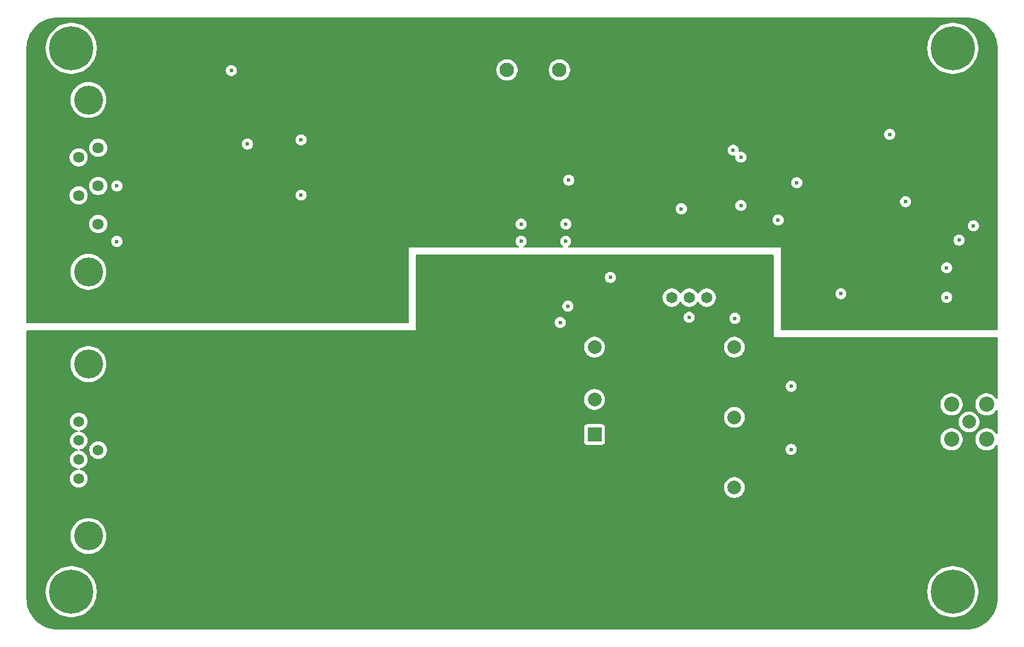
<source format=gbr>
%TF.GenerationSoftware,KiCad,Pcbnew,9.0.3*%
%TF.CreationDate,2025-09-16T13:04:12-04:00*%
%TF.ProjectId,CAEN_NEVIS_DAQ_12V,4341454e-5f4e-4455-9649-535f4441515f,rev?*%
%TF.SameCoordinates,Original*%
%TF.FileFunction,Copper,L5,Inr*%
%TF.FilePolarity,Positive*%
%FSLAX46Y46*%
G04 Gerber Fmt 4.6, Leading zero omitted, Abs format (unit mm)*
G04 Created by KiCad (PCBNEW 9.0.3) date 2025-09-16 13:04:12*
%MOMM*%
%LPD*%
G01*
G04 APERTURE LIST*
%TA.AperFunction,ComponentPad*%
%ADD10C,1.560000*%
%TD*%
%TA.AperFunction,ComponentPad*%
%ADD11C,4.216000*%
%TD*%
%TA.AperFunction,ComponentPad*%
%ADD12C,6.400000*%
%TD*%
%TA.AperFunction,ComponentPad*%
%ADD13C,1.650000*%
%TD*%
%TA.AperFunction,ComponentPad*%
%ADD14C,2.006600*%
%TD*%
%TA.AperFunction,ComponentPad*%
%ADD15C,2.209800*%
%TD*%
%TA.AperFunction,ComponentPad*%
%ADD16R,2.000000X2.000000*%
%TD*%
%TA.AperFunction,ComponentPad*%
%ADD17C,2.000000*%
%TD*%
%TA.AperFunction,ComponentPad*%
%ADD18C,1.635000*%
%TD*%
%TA.AperFunction,ComponentPad*%
%ADD19C,2.100000*%
%TD*%
%TA.AperFunction,ViaPad*%
%ADD20C,0.600000*%
%TD*%
G04 APERTURE END LIST*
D10*
%TO.N,/V_SEC_RTN*%
%TO.C,J1*%
X82920000Y-96870000D03*
X82920000Y-99640000D03*
%TO.N,unconnected-(J1-Pad3)*%
X82920000Y-102410000D03*
%TO.N,/V_SEC_RTN*%
X82920000Y-105180000D03*
X82920000Y-107950000D03*
%TO.N,/V_SEC_IN*%
X80080000Y-98255000D03*
X80080000Y-101025000D03*
X80080000Y-103795000D03*
X80080000Y-106565000D03*
D11*
%TO.N,GNDPWR*%
X81500000Y-89910000D03*
X81500000Y-114910000D03*
%TD*%
D12*
%TO.N,GNDPWR*%
%TO.C,H4*%
X207000000Y-123000000D03*
%TD*%
D13*
%TO.N,Net-(J10-Pad1)*%
%TO.C,J10*%
X166190000Y-80240000D03*
%TO.N,Net-(U1-REMOTE)*%
X168730000Y-80240000D03*
%TO.N,Net-(J10-Pad3)*%
X171270000Y-80240000D03*
%TD*%
D14*
%TO.N,/P12V_OUT_*%
%TO.C,J4*%
X209360000Y-98310000D03*
D15*
%TO.N,/P12V_RTN*%
X211900000Y-95770000D03*
X206820000Y-95770000D03*
X206820000Y-100850000D03*
X211900000Y-100850000D03*
%TD*%
D12*
%TO.N,GNDPWR*%
%TO.C,H3*%
X79000000Y-123000000D03*
%TD*%
D16*
%TO.N,/Main_DCDC_Converter/V_SEC*%
%TO.C,U1*%
X154980000Y-100150000D03*
D17*
%TO.N,Net-(U1--VIN)*%
X154980000Y-95050000D03*
%TO.N,/P12V_OUT*%
X175280000Y-107850000D03*
%TO.N,/Main_DCDC_Converter/TRIM*%
X175280000Y-97650000D03*
%TO.N,/P12V_RTN*%
X175280000Y-87450000D03*
%TO.N,Net-(U1-REMOTE)*%
X154980000Y-87450000D03*
%TD*%
D12*
%TO.N,GNDPWR*%
%TO.C,H1*%
X79000000Y-44000000D03*
%TD*%
%TO.N,GNDPWR*%
%TO.C,H2*%
X207000000Y-44000000D03*
%TD*%
D18*
%TO.N,/TEMP_MON*%
%TO.C,J2*%
X82920000Y-69540000D03*
%TO.N,/V_TELEM_RTN*%
X82920000Y-66770000D03*
%TO.N,/P12V_I_MON*%
X82920000Y-64000000D03*
%TO.N,/V_TELEM_RTN*%
X82920000Y-61230000D03*
%TO.N,/ENABLE-*%
X82920000Y-58460000D03*
%TO.N,/V_TELEM_RTN*%
X80080000Y-68155000D03*
%TO.N,/P12V_V_MON*%
X80080000Y-65385000D03*
%TO.N,/V_TELEM_RTN*%
X80080000Y-62615000D03*
%TO.N,/ENABLE+*%
X80080000Y-59845000D03*
D11*
%TO.N,GNDPWR*%
X81500000Y-51500000D03*
X81500000Y-76500000D03*
%TD*%
D19*
%TO.N,/V_TELEM_IN*%
%TO.C,J3*%
X149890000Y-47150000D03*
%TO.N,/V_TELEM_RTN*%
X146080000Y-47150000D03*
%TO.N,/V_TELEM_IN*%
X142270000Y-47150000D03*
%TD*%
D20*
%TO.N,/Main_DCDC_Converter/V_SEC*%
X149990000Y-83870000D03*
X151120000Y-81490000D03*
%TO.N,/P12V_OUT*%
X183520000Y-102310000D03*
%TO.N,/P12V_RTN*%
X183540000Y-93140000D03*
%TO.N,/V_SEC_RTN*%
X195000000Y-105000000D03*
X125000000Y-105000000D03*
X112500000Y-122500000D03*
X145000000Y-112500000D03*
X197500000Y-102500000D03*
X200000000Y-90000000D03*
X95000000Y-87500000D03*
X135000000Y-120000000D03*
X202500000Y-117500000D03*
X97500000Y-102500000D03*
X102500000Y-120000000D03*
X165000000Y-120000000D03*
X97500000Y-90000000D03*
X137500000Y-115000000D03*
X167500000Y-125000000D03*
X132500000Y-80000000D03*
X180000000Y-75000000D03*
X97500000Y-95000000D03*
X197500000Y-112500000D03*
X95000000Y-115000000D03*
X180000000Y-90000000D03*
X170000000Y-117500000D03*
X100000000Y-102500000D03*
X177500000Y-115000000D03*
X117500000Y-110000000D03*
X197500000Y-107500000D03*
X95000000Y-105000000D03*
X172500000Y-77500000D03*
X142500000Y-115000000D03*
X90000000Y-122500000D03*
X207500000Y-117500000D03*
X135000000Y-80000000D03*
X95000000Y-125000000D03*
X200000000Y-112500000D03*
X112500000Y-110000000D03*
X200000000Y-87500000D03*
X95000000Y-102500000D03*
X87500000Y-97500000D03*
X132500000Y-82500000D03*
X130000000Y-107500000D03*
X135000000Y-117500000D03*
X200000000Y-120000000D03*
X98527500Y-105000000D03*
X160000000Y-122500000D03*
X90000000Y-105000000D03*
X110000000Y-90000000D03*
X182500000Y-87500000D03*
X118830000Y-86880000D03*
X127500000Y-105000000D03*
X105000000Y-125000000D03*
X147500000Y-117500000D03*
X170000000Y-120000000D03*
X155000000Y-122500000D03*
X182500000Y-112500000D03*
X97500000Y-117500000D03*
X87500000Y-102500000D03*
X185000000Y-115000000D03*
X180000000Y-110000000D03*
X202500000Y-110000000D03*
X117500000Y-122500000D03*
X142500000Y-85000000D03*
X87500000Y-112500000D03*
X207500000Y-115000000D03*
X190000000Y-110000000D03*
X180000000Y-80000000D03*
X205000000Y-107500000D03*
X202500000Y-125000000D03*
X120000000Y-112500000D03*
X200000000Y-95000000D03*
X212500000Y-107500000D03*
X192500000Y-115000000D03*
X185000000Y-105000000D03*
X92500000Y-105000000D03*
X185000000Y-90000000D03*
X90000000Y-125000000D03*
X165000000Y-115000000D03*
X107500000Y-87500000D03*
X112500000Y-107500000D03*
X175000000Y-112500000D03*
X197500000Y-125000000D03*
X170000000Y-75000000D03*
X170000000Y-115000000D03*
X175000000Y-117500000D03*
X115000000Y-112500000D03*
X165000000Y-77500000D03*
X95000000Y-110000000D03*
X212500000Y-110000000D03*
X177500000Y-77500000D03*
X120000000Y-107500000D03*
X140000000Y-115000000D03*
X160000000Y-112500000D03*
X195000000Y-92500000D03*
X202500000Y-112500000D03*
X107500000Y-102500000D03*
X210000000Y-105000000D03*
X190000000Y-120000000D03*
X107500000Y-95000000D03*
X147500000Y-110000000D03*
X140000000Y-122500000D03*
X127500000Y-125000000D03*
X115000000Y-122500000D03*
X190000000Y-125000000D03*
X87500000Y-110000000D03*
X210000000Y-110000000D03*
X147500000Y-125000000D03*
X137500000Y-120000000D03*
X112500000Y-125000000D03*
X103950000Y-91210000D03*
X135000000Y-82500000D03*
X112500000Y-112500000D03*
X105000000Y-92500000D03*
X195000000Y-90000000D03*
X195000000Y-102500000D03*
X102500000Y-125000000D03*
X132500000Y-122500000D03*
X90000000Y-90000000D03*
X145000000Y-77500000D03*
X95000000Y-120000000D03*
X145000000Y-120000000D03*
X85000000Y-120000000D03*
X132500000Y-117500000D03*
X105000000Y-112500000D03*
X150000000Y-77500000D03*
X140000000Y-80000000D03*
X92500000Y-117500000D03*
X110000000Y-120000000D03*
X142500000Y-112500000D03*
X180000000Y-92500000D03*
X150000000Y-125000000D03*
X180000000Y-77500000D03*
X107500000Y-122500000D03*
X107500000Y-110000000D03*
X190000000Y-107500000D03*
X137500000Y-122500000D03*
X200000000Y-117500000D03*
X142500000Y-117500000D03*
X192500000Y-95000000D03*
X197500000Y-117500000D03*
X117500000Y-117500000D03*
X155000000Y-115000000D03*
X145000000Y-75000000D03*
X207500000Y-105000000D03*
X150000000Y-75000000D03*
X92500000Y-102500000D03*
X152500000Y-125000000D03*
X152500000Y-120000000D03*
X182500000Y-110000000D03*
X140000000Y-85000000D03*
X115000000Y-115000000D03*
X172500000Y-122500000D03*
X95000000Y-112500000D03*
X145000000Y-85000000D03*
X120000000Y-105000000D03*
X102500000Y-102500000D03*
X100000000Y-90000000D03*
X87500000Y-115000000D03*
X177500000Y-125000000D03*
X103950000Y-89710000D03*
X135000000Y-112500000D03*
X192500000Y-87500000D03*
X172500000Y-115000000D03*
X95000000Y-90000000D03*
X192500000Y-120000000D03*
X102200000Y-88210000D03*
X192500000Y-122500000D03*
X175000000Y-122500000D03*
X195000000Y-125000000D03*
X100027500Y-106500000D03*
X147500000Y-122500000D03*
X190000000Y-115000000D03*
X87500000Y-90000000D03*
X105000000Y-110000000D03*
X147500000Y-82500000D03*
X145000000Y-110000000D03*
X100000000Y-112500000D03*
X115000000Y-105000000D03*
X142500000Y-125000000D03*
X105000000Y-117500000D03*
X122500000Y-107500000D03*
X142500000Y-122500000D03*
X197500000Y-90000000D03*
X122500000Y-110000000D03*
X187500000Y-105000000D03*
X145000000Y-125000000D03*
X162500000Y-75000000D03*
X117500000Y-105000000D03*
X210000000Y-112500000D03*
X205000000Y-105000000D03*
X182500000Y-122500000D03*
X185000000Y-112500000D03*
X95000000Y-117500000D03*
X210000000Y-115000000D03*
X170000000Y-77500000D03*
X147500000Y-112500000D03*
X150000000Y-120000000D03*
X202500000Y-102500000D03*
X165000000Y-117500000D03*
X87500000Y-105000000D03*
X142500000Y-75000000D03*
X117500000Y-125000000D03*
X101527500Y-105000000D03*
X110000000Y-110000000D03*
X147500000Y-120000000D03*
X92500000Y-107500000D03*
X187500000Y-120000000D03*
X212500000Y-105000000D03*
X110000000Y-87500000D03*
X180000000Y-102500000D03*
X170000000Y-122500000D03*
X102500000Y-110000000D03*
X187500000Y-125000000D03*
X92500000Y-92500000D03*
X187500000Y-117500000D03*
X135000000Y-122500000D03*
X105000000Y-95000000D03*
X180000000Y-117500000D03*
X125000000Y-110000000D03*
X100000000Y-120000000D03*
X115000000Y-107500000D03*
X175000000Y-120000000D03*
X90000000Y-92500000D03*
X130000000Y-77500000D03*
X85000000Y-122500000D03*
X202500000Y-92500000D03*
X167500000Y-112500000D03*
X177500000Y-75000000D03*
X182500000Y-117500000D03*
X97500000Y-125000000D03*
X95000000Y-92500000D03*
X112500000Y-115000000D03*
X182500000Y-115000000D03*
X192500000Y-117500000D03*
X140000000Y-112500000D03*
X90000000Y-120000000D03*
X197500000Y-87500000D03*
X130000000Y-87500000D03*
X137500000Y-125000000D03*
X192500000Y-90000000D03*
X192500000Y-107500000D03*
X160000000Y-120000000D03*
X140000000Y-125000000D03*
X160000000Y-80000000D03*
X87500000Y-122500000D03*
X87500000Y-117500000D03*
X92500000Y-97500000D03*
X140000000Y-117500000D03*
X147500000Y-85000000D03*
X192500000Y-105000000D03*
X102200000Y-89710000D03*
X155000000Y-120000000D03*
X202500000Y-120000000D03*
X100000000Y-110000000D03*
X87500000Y-92500000D03*
X167500000Y-75000000D03*
X187500000Y-110000000D03*
X105000000Y-120000000D03*
X127500000Y-110000000D03*
X152500000Y-115000000D03*
X172500000Y-125000000D03*
X132500000Y-110000000D03*
X97500000Y-110000000D03*
X175000000Y-115000000D03*
X100000000Y-125000000D03*
X212500000Y-90000000D03*
X92500000Y-112500000D03*
X92500000Y-100000000D03*
X200000000Y-110000000D03*
X140000000Y-120000000D03*
X97500000Y-87500000D03*
X152500000Y-122500000D03*
X115000000Y-110000000D03*
X177500000Y-117500000D03*
X87500000Y-87500000D03*
X87500000Y-120000000D03*
X122500000Y-125000000D03*
X122500000Y-105000000D03*
X112500000Y-90000000D03*
X167500000Y-77500000D03*
X185000000Y-110000000D03*
X180000000Y-112500000D03*
X125000000Y-112500000D03*
X170000000Y-112500000D03*
X160000000Y-125000000D03*
X157500000Y-117500000D03*
X155000000Y-75000000D03*
X192500000Y-125000000D03*
X175000000Y-75000000D03*
X185000000Y-107500000D03*
X172500000Y-117500000D03*
X160000000Y-75000000D03*
X90000000Y-102500000D03*
X127500000Y-112500000D03*
X210000000Y-107500000D03*
X130000000Y-112500000D03*
X162500000Y-125000000D03*
X157500000Y-75000000D03*
X155000000Y-117500000D03*
X200000000Y-107500000D03*
X100000000Y-117500000D03*
X165000000Y-112500000D03*
X182500000Y-125000000D03*
X122500000Y-112500000D03*
X102500000Y-122500000D03*
X142500000Y-77500000D03*
X137500000Y-117500000D03*
X125000000Y-87500000D03*
X90000000Y-117500000D03*
X205000000Y-112500000D03*
X101527500Y-106500000D03*
X170000000Y-82500000D03*
X140000000Y-77500000D03*
X165000000Y-75000000D03*
X172500000Y-75000000D03*
X110000000Y-95000000D03*
X190000000Y-122500000D03*
X92500000Y-110000000D03*
X152500000Y-75000000D03*
X202500000Y-115000000D03*
X202500000Y-90000000D03*
X92500000Y-125000000D03*
X115000000Y-87500000D03*
X157500000Y-125000000D03*
X159260000Y-82110000D03*
X160000000Y-115000000D03*
X98527500Y-106500000D03*
X167500000Y-122500000D03*
X207500000Y-112500000D03*
X107500000Y-120000000D03*
X180000000Y-120000000D03*
X132500000Y-115000000D03*
X130000000Y-125000000D03*
X127500000Y-107500000D03*
X122500000Y-87500000D03*
X185000000Y-117500000D03*
X100027500Y-105000000D03*
X202500000Y-87500000D03*
X135000000Y-110000000D03*
X190000000Y-90000000D03*
X187500000Y-112500000D03*
X117500000Y-115000000D03*
X180000000Y-115000000D03*
X165000000Y-122500000D03*
X87500000Y-100000000D03*
X155000000Y-112500000D03*
X100000000Y-95000000D03*
X190000000Y-105000000D03*
X145000000Y-117500000D03*
X105000000Y-115000000D03*
X125000000Y-107500000D03*
X192500000Y-112500000D03*
X195000000Y-112500000D03*
X177500000Y-120000000D03*
X197500000Y-105000000D03*
X175000000Y-125000000D03*
X142500000Y-120000000D03*
X92500000Y-87500000D03*
X130000000Y-105000000D03*
X97500000Y-122500000D03*
X172500000Y-112500000D03*
X117500000Y-120000000D03*
X150000000Y-112500000D03*
X212500000Y-117500000D03*
X97500000Y-112500000D03*
X155000000Y-125000000D03*
X132500000Y-120000000D03*
X152500000Y-112500000D03*
X135000000Y-75000000D03*
X195000000Y-115000000D03*
X157500000Y-122500000D03*
X132500000Y-125000000D03*
X100000000Y-87500000D03*
X110000000Y-112500000D03*
X180000000Y-122500000D03*
X95000000Y-107500000D03*
X110000000Y-122500000D03*
X102500000Y-117500000D03*
X190000000Y-87500000D03*
X157500000Y-112500000D03*
X195000000Y-87500000D03*
X110000000Y-117500000D03*
X172500000Y-120000000D03*
X112500000Y-117500000D03*
X115000000Y-120000000D03*
X170000000Y-125000000D03*
X185000000Y-122500000D03*
X102500000Y-112500000D03*
X200000000Y-102500000D03*
X197500000Y-120000000D03*
X145000000Y-80000000D03*
X187500000Y-90000000D03*
X102500000Y-115000000D03*
X172500000Y-82500000D03*
X103950000Y-88210000D03*
X100000000Y-115000000D03*
X140000000Y-110000000D03*
X190000000Y-112500000D03*
X180000000Y-105000000D03*
X87500000Y-107500000D03*
X130000000Y-110000000D03*
X200000000Y-115000000D03*
X97500000Y-120000000D03*
X107500000Y-92500000D03*
X117500000Y-112500000D03*
X137500000Y-110000000D03*
X205000000Y-110000000D03*
X112500000Y-105000000D03*
X200000000Y-125000000D03*
X107500000Y-112500000D03*
X100000000Y-122500000D03*
X117500000Y-107500000D03*
X162500000Y-112500000D03*
X160000000Y-117500000D03*
X135000000Y-115000000D03*
X95000000Y-122500000D03*
X205000000Y-117500000D03*
X195000000Y-107500000D03*
X102500000Y-92500000D03*
X190000000Y-117500000D03*
X212500000Y-112500000D03*
X145000000Y-122500000D03*
X210000000Y-117500000D03*
X175000000Y-77500000D03*
X197500000Y-110000000D03*
X146670000Y-79410000D03*
X127500000Y-87500000D03*
X102200000Y-91210000D03*
X212500000Y-87500000D03*
X97500000Y-92500000D03*
X110000000Y-125000000D03*
X92500000Y-120000000D03*
X187500000Y-115000000D03*
X92500000Y-95000000D03*
X145000000Y-115000000D03*
X202500000Y-107500000D03*
X200000000Y-122500000D03*
X202500000Y-95000000D03*
X90000000Y-107500000D03*
X116930000Y-86880000D03*
X197500000Y-92500000D03*
X162500000Y-117500000D03*
X112500000Y-102500000D03*
X105000000Y-102500000D03*
X207500000Y-110000000D03*
X150000000Y-110000000D03*
X90000000Y-112500000D03*
X137500000Y-82500000D03*
X142500000Y-110000000D03*
X177500000Y-122500000D03*
X162500000Y-77500000D03*
X112500000Y-87500000D03*
X157500000Y-115000000D03*
X212500000Y-115000000D03*
X137500000Y-80000000D03*
X205000000Y-115000000D03*
X137500000Y-112500000D03*
X130000000Y-82500000D03*
X132500000Y-112500000D03*
X92500000Y-90000000D03*
X212500000Y-92500000D03*
X130000000Y-75000000D03*
X180000000Y-82500000D03*
X107500000Y-125000000D03*
X90000000Y-95000000D03*
X90000000Y-115000000D03*
X112500000Y-92500000D03*
X195000000Y-120000000D03*
X182500000Y-120000000D03*
X150000000Y-115000000D03*
X162500000Y-120000000D03*
X185000000Y-120000000D03*
X135000000Y-125000000D03*
X202500000Y-122500000D03*
X107500000Y-117500000D03*
X97500000Y-115000000D03*
X197500000Y-115000000D03*
X130000000Y-80000000D03*
X115000000Y-125000000D03*
X100000000Y-92500000D03*
X120000000Y-110000000D03*
X142500000Y-80000000D03*
X115000000Y-117500000D03*
X162500000Y-122500000D03*
X125000000Y-125000000D03*
X90000000Y-87500000D03*
X120000000Y-125000000D03*
X207500000Y-107500000D03*
X187500000Y-87500000D03*
X180000000Y-125000000D03*
X145000000Y-82500000D03*
X110000000Y-115000000D03*
X180000000Y-100000000D03*
X167500000Y-120000000D03*
X132500000Y-75000000D03*
X192500000Y-102500000D03*
X165000000Y-125000000D03*
X140000000Y-82500000D03*
X195000000Y-110000000D03*
X92500000Y-122500000D03*
X92500000Y-115000000D03*
X90000000Y-100000000D03*
X112500000Y-120000000D03*
X137500000Y-75000000D03*
X150000000Y-122500000D03*
X187500000Y-122500000D03*
X187500000Y-107500000D03*
X135000000Y-77500000D03*
X90000000Y-110000000D03*
X162500000Y-115000000D03*
X185000000Y-87500000D03*
X197500000Y-122500000D03*
X107500000Y-115000000D03*
X195000000Y-117500000D03*
X137500000Y-77500000D03*
X102500000Y-95000000D03*
X105000000Y-122500000D03*
X178380000Y-80220000D03*
X167500000Y-117500000D03*
X167500000Y-115000000D03*
X87500000Y-125000000D03*
X185000000Y-125000000D03*
X202500000Y-105000000D03*
X140000000Y-75000000D03*
X150000000Y-117500000D03*
X147500000Y-115000000D03*
X157500000Y-120000000D03*
X177500000Y-112500000D03*
X132500000Y-77500000D03*
X200000000Y-105000000D03*
X85000000Y-125000000D03*
X152500000Y-117500000D03*
X142500000Y-82500000D03*
X192500000Y-110000000D03*
X95000000Y-95000000D03*
X195000000Y-122500000D03*
%TO.N,GNDPWR*%
X175355000Y-83250000D03*
%TO.N,/V_TELEM_RTN*%
X116930000Y-82030000D03*
X115000000Y-77500000D03*
X160000000Y-65000000D03*
X145000000Y-52500000D03*
X180000000Y-52500000D03*
X87500000Y-52500000D03*
X95000000Y-82500000D03*
X92500000Y-80000000D03*
X87500000Y-45000000D03*
X212500000Y-82500000D03*
X202500000Y-50000000D03*
X137500000Y-55000000D03*
X192500000Y-50000000D03*
X175000000Y-50000000D03*
X90000000Y-42500000D03*
X155000000Y-45000000D03*
X157500000Y-55000000D03*
X112500000Y-42500000D03*
X132500000Y-47500000D03*
X105000000Y-62500000D03*
X190000000Y-50000000D03*
X187500000Y-50000000D03*
X125000000Y-45000000D03*
X207500000Y-52500000D03*
X130000000Y-60000000D03*
X120000000Y-52500000D03*
X122500000Y-75000000D03*
X95000000Y-75000000D03*
X180000000Y-55000000D03*
X110000000Y-67500000D03*
X202500000Y-42500000D03*
X162500000Y-47500000D03*
X212500000Y-47500000D03*
X202471400Y-55012500D03*
X137500000Y-62500000D03*
X185000000Y-50000000D03*
X137500000Y-65000000D03*
X167500000Y-47500000D03*
X100000000Y-50000000D03*
X135000000Y-47500000D03*
X105000000Y-82500000D03*
X207500000Y-60000000D03*
X200000000Y-77500000D03*
X147500000Y-52500000D03*
X155000000Y-47500000D03*
X165906200Y-63115000D03*
X122500000Y-82500000D03*
X195000000Y-52500000D03*
X118840000Y-82040000D03*
X100000000Y-67500000D03*
X167500000Y-42500000D03*
X125000000Y-52500000D03*
X157500000Y-52500000D03*
X117500000Y-65000000D03*
X212500000Y-67500000D03*
X175000000Y-52500000D03*
X210000000Y-65000000D03*
X120000000Y-67500000D03*
X205000000Y-50000000D03*
X197500000Y-42500000D03*
X160000000Y-42500000D03*
X197500000Y-47500000D03*
X100000000Y-62500000D03*
X127500000Y-55000000D03*
X97500000Y-75000000D03*
X140000000Y-67500000D03*
X205000000Y-65000000D03*
X102500000Y-77500000D03*
X166926200Y-55545000D03*
X90000000Y-75000000D03*
X87500000Y-67500000D03*
X117500000Y-50000000D03*
X90000000Y-80000000D03*
X200420000Y-81240000D03*
X191450000Y-75370000D03*
X212500000Y-77500000D03*
X137500000Y-50000000D03*
X95000000Y-67500000D03*
X160000000Y-60000000D03*
X200000000Y-75000000D03*
X187500000Y-60000000D03*
X170000000Y-45000000D03*
X197500000Y-77500000D03*
X80000000Y-82500000D03*
X115000000Y-65000000D03*
X162500000Y-42500000D03*
X210000000Y-62500000D03*
X205000000Y-67500000D03*
X192500000Y-47500000D03*
X187500000Y-62500000D03*
X117500000Y-80000000D03*
X110000000Y-75000000D03*
X190000000Y-52500000D03*
X205000000Y-55000000D03*
X192500000Y-72500000D03*
X155000000Y-62500000D03*
X110000000Y-45000000D03*
X178210000Y-58800000D03*
X155000000Y-52500000D03*
X102500000Y-82500000D03*
X182500000Y-42500000D03*
X182500000Y-45000000D03*
X177500000Y-47500000D03*
X97500000Y-60000000D03*
X157500000Y-60000000D03*
X122500000Y-55000000D03*
X207500000Y-57500000D03*
X127500000Y-45000000D03*
X210000000Y-52500000D03*
X190000000Y-57500000D03*
X212500000Y-65000000D03*
X135000000Y-45000000D03*
X120000000Y-45000000D03*
X145000000Y-55000000D03*
X205000000Y-60000000D03*
X135000000Y-50000000D03*
X112500000Y-50000000D03*
X120000000Y-50000000D03*
X135000000Y-67500000D03*
X95000000Y-57500000D03*
X162500000Y-62500000D03*
X167500000Y-45000000D03*
X182500000Y-52500000D03*
X120000000Y-47500000D03*
X197500000Y-50000000D03*
X97500000Y-47500000D03*
X115000000Y-45000000D03*
X200000000Y-42500000D03*
X185000000Y-60000000D03*
X210000000Y-67500000D03*
X190000000Y-47500000D03*
X125000000Y-55000000D03*
X165000000Y-47500000D03*
X112500000Y-77500000D03*
X165000000Y-45000000D03*
X95000000Y-55000000D03*
X110000000Y-82500000D03*
X172500000Y-50000000D03*
X190000000Y-72500000D03*
X182500000Y-50000000D03*
X187500000Y-65000000D03*
X92500000Y-67500000D03*
X85000000Y-42500000D03*
X95000000Y-52500000D03*
X85000000Y-82500000D03*
X160000000Y-62500000D03*
X90000000Y-55000000D03*
X102500000Y-80000000D03*
X175000000Y-45000000D03*
X142500000Y-52500000D03*
X112500000Y-45000000D03*
X207500000Y-65000000D03*
X100000000Y-60000000D03*
X152500000Y-55000000D03*
X130000000Y-45000000D03*
X175000000Y-42500000D03*
X105000000Y-45000000D03*
X97500000Y-50000000D03*
X97500000Y-77500000D03*
X140000000Y-52500000D03*
X212500000Y-72500000D03*
X107500000Y-75000000D03*
X182500000Y-57500000D03*
X82500000Y-82500000D03*
X135000000Y-42500000D03*
X181490000Y-66370000D03*
X115000000Y-75000000D03*
X180000000Y-47500000D03*
X125000000Y-47500000D03*
X100000000Y-42500000D03*
X87500000Y-50000000D03*
X120000000Y-55000000D03*
X115000000Y-50000000D03*
X130000000Y-67500000D03*
X92500000Y-47500000D03*
X165000000Y-50000000D03*
X125000000Y-77500000D03*
X100000000Y-52500000D03*
X192500000Y-77500000D03*
X200000000Y-45000000D03*
X190000000Y-55000000D03*
X160000000Y-55000000D03*
X190750000Y-82800000D03*
X195000000Y-45000000D03*
X132500000Y-62500000D03*
X95000000Y-62500000D03*
X205000000Y-57500000D03*
X100000000Y-45000000D03*
X87500000Y-80000000D03*
X212500000Y-75000000D03*
X165000000Y-42500000D03*
X157500000Y-67500000D03*
X157500000Y-65000000D03*
X180000000Y-45000000D03*
X130000000Y-42500000D03*
X202500000Y-47500000D03*
X185000000Y-47500000D03*
X112500000Y-75000000D03*
X97500000Y-82500000D03*
X155000000Y-50000000D03*
X195000000Y-42500000D03*
X102500000Y-45000000D03*
X130000000Y-50000000D03*
X122500000Y-67500000D03*
X97500000Y-55000000D03*
X205000000Y-52500000D03*
X212500000Y-45000000D03*
X182500000Y-55000000D03*
X92500000Y-52500000D03*
X142500000Y-65000000D03*
X117500000Y-67500000D03*
X202500000Y-57500000D03*
X185000000Y-45000000D03*
X170000000Y-47500000D03*
X75000000Y-82500000D03*
X172500000Y-52500000D03*
X117500000Y-60000000D03*
X110000000Y-62500000D03*
X135000000Y-52500000D03*
X195000000Y-72500000D03*
X90000000Y-45000000D03*
X117500000Y-75000000D03*
X100000000Y-75000000D03*
X92500000Y-42500000D03*
X160000000Y-52500000D03*
X122500000Y-65000000D03*
X187500000Y-45000000D03*
X111068500Y-55000000D03*
X140000000Y-62500000D03*
X122500000Y-45000000D03*
X127500000Y-65000000D03*
X122500000Y-42500000D03*
X207500000Y-62500000D03*
X155000000Y-42500000D03*
X167500000Y-52500000D03*
X212500000Y-52500000D03*
X197500000Y-75000000D03*
X100000000Y-80000000D03*
X177500000Y-45000000D03*
X125000000Y-80000000D03*
X97500000Y-67500000D03*
X157500000Y-47500000D03*
X100000000Y-77500000D03*
X112500000Y-67500000D03*
X110000000Y-80000000D03*
X177500000Y-55000000D03*
X197500000Y-45000000D03*
X107500000Y-62500000D03*
X102500000Y-67500000D03*
X87500000Y-47500000D03*
X210000000Y-50000000D03*
X170000000Y-52500000D03*
X117500000Y-47500000D03*
X187500000Y-55000000D03*
X132500000Y-65000000D03*
X170000000Y-50000000D03*
X165000000Y-52500000D03*
X195000000Y-47500000D03*
X100000000Y-82500000D03*
X77500000Y-82500000D03*
X122500000Y-60000000D03*
X110000000Y-77500000D03*
X92500000Y-55000000D03*
X100000000Y-47500000D03*
X115000000Y-42500000D03*
X210000000Y-55000000D03*
X127500000Y-52500000D03*
X95000000Y-50000000D03*
X212500000Y-57500000D03*
X167500000Y-50000000D03*
X125000000Y-75000000D03*
X172500000Y-45000000D03*
X135000000Y-55000000D03*
X135000000Y-65000000D03*
X132500000Y-52500000D03*
X95000000Y-42500000D03*
X107500000Y-82500000D03*
X95000000Y-45000000D03*
X87500000Y-55000000D03*
X193731400Y-67562500D03*
X192500000Y-45000000D03*
X117500000Y-45000000D03*
X122500000Y-80000000D03*
X125000000Y-67500000D03*
X127500000Y-50000000D03*
X155000000Y-55000000D03*
X155000000Y-65000000D03*
X115000000Y-47500000D03*
X212500000Y-55000000D03*
X170000000Y-55000000D03*
X144620000Y-62840000D03*
X107500000Y-80000000D03*
X115000000Y-55000000D03*
X160000000Y-47500000D03*
X212500000Y-60000000D03*
X105000000Y-67500000D03*
X105000000Y-77500000D03*
X117500000Y-55000000D03*
X162500000Y-50000000D03*
X212500000Y-50000000D03*
X109220000Y-59540000D03*
X102500000Y-42500000D03*
X125000000Y-82500000D03*
X87500000Y-75000000D03*
X207500000Y-67500000D03*
X107500000Y-67500000D03*
X122500000Y-47500000D03*
X95000000Y-80000000D03*
X162500000Y-52500000D03*
X185000000Y-57500000D03*
X212500000Y-70000000D03*
X200000000Y-50000000D03*
X115000000Y-82500000D03*
X137500000Y-52500000D03*
X125000000Y-50000000D03*
X97500000Y-42500000D03*
X172500000Y-42500000D03*
X192500000Y-55000000D03*
X115000000Y-60000000D03*
X120000000Y-75000000D03*
X152500000Y-62500000D03*
X102500000Y-75000000D03*
X195000000Y-75000000D03*
X187500000Y-70000000D03*
X92500000Y-50000000D03*
X202500000Y-65000000D03*
X177500000Y-50000000D03*
X95000000Y-77500000D03*
X180000000Y-42500000D03*
X90000000Y-52500000D03*
X175000000Y-55000000D03*
X192500000Y-52500000D03*
X157500000Y-45000000D03*
X125000000Y-65000000D03*
X90000000Y-82500000D03*
X117500000Y-42500000D03*
X130000000Y-55000000D03*
X115000000Y-80000000D03*
X132500000Y-45000000D03*
X170000000Y-42500000D03*
X192500000Y-57500000D03*
X92500000Y-77500000D03*
X212500000Y-80000000D03*
X125000000Y-42500000D03*
X192500000Y-42500000D03*
X187500000Y-42500000D03*
X187500000Y-47500000D03*
X190671400Y-59752500D03*
X127500000Y-42500000D03*
X90000000Y-77500000D03*
X105000000Y-80000000D03*
X97500000Y-80000000D03*
X162500000Y-55000000D03*
X187500000Y-52500000D03*
X157500000Y-42500000D03*
X132500000Y-42500000D03*
X95000000Y-60000000D03*
X132500000Y-55000000D03*
X90550000Y-56500000D03*
X162500000Y-45000000D03*
X150000000Y-55000000D03*
X162500000Y-65000000D03*
X155000000Y-60000000D03*
X163210000Y-67340000D03*
X190000000Y-45000000D03*
X200000000Y-72500000D03*
X190000000Y-42500000D03*
X102500000Y-62500000D03*
X190000000Y-65000000D03*
X107500000Y-45000000D03*
X130000000Y-52500000D03*
X212500000Y-62500000D03*
X120000000Y-42500000D03*
X195000000Y-77500000D03*
X185000000Y-52500000D03*
X172500000Y-47500000D03*
X177500000Y-52500000D03*
X157500000Y-62500000D03*
X97500000Y-62500000D03*
X207500000Y-55000000D03*
X127500000Y-67500000D03*
X195000000Y-55000000D03*
X180000000Y-57500000D03*
X177500000Y-42500000D03*
X137500000Y-42500000D03*
X120000000Y-60000000D03*
X130000000Y-65000000D03*
X137500000Y-45000000D03*
X185000000Y-55000000D03*
X157500000Y-50000000D03*
X85000000Y-45000000D03*
X155000000Y-67500000D03*
X142500000Y-55000000D03*
X182500000Y-60000000D03*
X202500000Y-67500000D03*
X92500000Y-82500000D03*
X187500000Y-57500000D03*
X97500000Y-52500000D03*
X132500000Y-67500000D03*
X160000000Y-45000000D03*
X122500000Y-52500000D03*
X210000000Y-57500000D03*
X175510000Y-69570000D03*
X105000000Y-75000000D03*
X152500000Y-52500000D03*
X207500000Y-50000000D03*
X210000000Y-60000000D03*
X150000000Y-52500000D03*
X160000000Y-50000000D03*
X97500000Y-45000000D03*
X92500000Y-75000000D03*
X107500000Y-77500000D03*
X190000000Y-70000000D03*
X107500000Y-42500000D03*
X200000000Y-47500000D03*
X140000000Y-65000000D03*
X115000000Y-52500000D03*
X132500000Y-50000000D03*
X202500000Y-62500000D03*
X172500000Y-55000000D03*
X137500000Y-67500000D03*
X130000000Y-47500000D03*
X202500000Y-60000000D03*
X197500000Y-72500000D03*
X195000000Y-50000000D03*
X105000000Y-42500000D03*
X90000000Y-50000000D03*
X117500000Y-77500000D03*
X92500000Y-45000000D03*
X120000000Y-80000000D03*
X185000000Y-42500000D03*
X127500000Y-47500000D03*
X140000000Y-55000000D03*
X180000000Y-50000000D03*
X112500000Y-82500000D03*
X120000000Y-77500000D03*
X137500000Y-47500000D03*
X108598500Y-46660000D03*
X112500000Y-47500000D03*
X182500000Y-47500000D03*
X195000000Y-57500000D03*
X90000000Y-47500000D03*
X100000000Y-55000000D03*
X122500000Y-77500000D03*
X87500000Y-77500000D03*
X120000000Y-65000000D03*
X202500000Y-45000000D03*
X147500000Y-55000000D03*
X115000000Y-67500000D03*
X127500000Y-60000000D03*
X85000000Y-47500000D03*
X135000000Y-62500000D03*
X205000000Y-62500000D03*
X87500000Y-42500000D03*
X112500000Y-80000000D03*
X90000000Y-67500000D03*
X100000000Y-57500000D03*
X87500000Y-82500000D03*
X175000000Y-47500000D03*
X95000000Y-47500000D03*
X117500000Y-52500000D03*
X160000000Y-67500000D03*
X122500000Y-50000000D03*
X125000000Y-60000000D03*
X97500000Y-57500000D03*
X152500000Y-60000000D03*
X110000000Y-42500000D03*
%TO.N,/V_TELEM_IN*%
X151230000Y-63170000D03*
X207910000Y-71880000D03*
X102248500Y-47230000D03*
X200141400Y-66290000D03*
X181640000Y-68960000D03*
%TO.N,/Enable_Block/3p3V*%
X104588500Y-57910000D03*
%TO.N,/Telemetry_Schematic/3p3V*%
X197830000Y-56502500D03*
X190750000Y-79680000D03*
X175120000Y-58810000D03*
%TO.N,Net-(U6B-B_OUT)*%
X176230000Y-59830000D03*
X176230000Y-66850000D03*
%TO.N,/P12V_OUT_*%
X210000000Y-69810000D03*
X167590000Y-67330000D03*
%TO.N,Net-(J10-Pad1)*%
X157290000Y-77300000D03*
%TO.N,Net-(U1-REMOTE)*%
X168720000Y-83110000D03*
%TO.N,/P12V_I_MON*%
X150790000Y-72060000D03*
X85630000Y-64000000D03*
X144320000Y-72060000D03*
X85630000Y-72070000D03*
%TO.N,/P12V_V_MON*%
X112370000Y-65340000D03*
X112370000Y-57300000D03*
%TO.N,/Telemetry_Schematic/TEMP*%
X184354579Y-63542511D03*
%TO.N,/TEMP_MON*%
X150820000Y-69550000D03*
X144340000Y-69560000D03*
%TO.N,Net-(LED1-Pad2)*%
X206100000Y-75910000D03*
%TO.N,Net-(LED1-Pad1)*%
X206100000Y-80200000D03*
%TD*%
%TA.AperFunction,Conductor*%
%TO.N,/V_TELEM_RTN*%
G36*
X209002702Y-39500617D02*
G01*
X209386771Y-39517386D01*
X209397506Y-39518326D01*
X209775971Y-39568152D01*
X209786597Y-39570025D01*
X210159284Y-39652648D01*
X210169710Y-39655442D01*
X210533765Y-39770227D01*
X210543911Y-39773920D01*
X210896578Y-39920000D01*
X210906369Y-39924566D01*
X211244942Y-40100816D01*
X211254310Y-40106224D01*
X211576244Y-40311318D01*
X211585105Y-40317523D01*
X211887930Y-40549889D01*
X211896217Y-40556843D01*
X212177635Y-40814715D01*
X212185284Y-40822364D01*
X212443156Y-41103782D01*
X212450110Y-41112069D01*
X212682476Y-41414894D01*
X212688681Y-41423755D01*
X212893775Y-41745689D01*
X212899183Y-41755057D01*
X213075430Y-42093623D01*
X213080002Y-42103427D01*
X213226075Y-42456078D01*
X213229775Y-42466244D01*
X213344554Y-42830278D01*
X213347354Y-42840727D01*
X213429971Y-43213389D01*
X213431849Y-43224042D01*
X213481671Y-43602473D01*
X213482614Y-43613249D01*
X213499382Y-43997297D01*
X213499500Y-44002706D01*
X213499500Y-84876000D01*
X213479815Y-84943039D01*
X213427011Y-84988794D01*
X213375500Y-85000000D01*
X182124000Y-85000000D01*
X182056961Y-84980315D01*
X182011206Y-84927511D01*
X182000000Y-84876000D01*
X182000000Y-79601153D01*
X189949500Y-79601153D01*
X189949500Y-79758846D01*
X189980261Y-79913489D01*
X189980264Y-79913501D01*
X190040602Y-80059172D01*
X190040609Y-80059185D01*
X190128210Y-80190288D01*
X190128213Y-80190292D01*
X190239707Y-80301786D01*
X190239711Y-80301789D01*
X190370814Y-80389390D01*
X190370827Y-80389397D01*
X190516498Y-80449735D01*
X190516503Y-80449737D01*
X190671153Y-80480499D01*
X190671156Y-80480500D01*
X190671158Y-80480500D01*
X190828844Y-80480500D01*
X190828845Y-80480499D01*
X190983497Y-80449737D01*
X191129179Y-80389394D01*
X191260289Y-80301789D01*
X191371789Y-80190289D01*
X191417984Y-80121153D01*
X205299500Y-80121153D01*
X205299500Y-80278846D01*
X205330261Y-80433489D01*
X205330264Y-80433501D01*
X205390602Y-80579172D01*
X205390609Y-80579185D01*
X205478210Y-80710288D01*
X205478213Y-80710292D01*
X205589707Y-80821786D01*
X205589711Y-80821789D01*
X205720814Y-80909390D01*
X205720827Y-80909397D01*
X205866498Y-80969735D01*
X205866503Y-80969737D01*
X206021153Y-81000499D01*
X206021156Y-81000500D01*
X206021158Y-81000500D01*
X206178844Y-81000500D01*
X206178845Y-81000499D01*
X206333497Y-80969737D01*
X206479179Y-80909394D01*
X206610289Y-80821789D01*
X206721789Y-80710289D01*
X206809394Y-80579179D01*
X206869737Y-80433497D01*
X206900500Y-80278842D01*
X206900500Y-80121158D01*
X206900500Y-80121155D01*
X206900499Y-80121153D01*
X206888172Y-80059181D01*
X206869737Y-79966503D01*
X206847783Y-79913501D01*
X206809397Y-79820827D01*
X206809390Y-79820814D01*
X206721789Y-79689711D01*
X206721786Y-79689707D01*
X206610292Y-79578213D01*
X206610288Y-79578210D01*
X206479185Y-79490609D01*
X206479172Y-79490602D01*
X206333501Y-79430264D01*
X206333489Y-79430261D01*
X206178845Y-79399500D01*
X206178842Y-79399500D01*
X206021158Y-79399500D01*
X206021155Y-79399500D01*
X205866510Y-79430261D01*
X205866498Y-79430264D01*
X205720827Y-79490602D01*
X205720814Y-79490609D01*
X205589711Y-79578210D01*
X205589707Y-79578213D01*
X205478213Y-79689707D01*
X205478210Y-79689711D01*
X205390609Y-79820814D01*
X205390602Y-79820827D01*
X205330264Y-79966498D01*
X205330261Y-79966510D01*
X205299500Y-80121153D01*
X191417984Y-80121153D01*
X191459394Y-80059179D01*
X191519737Y-79913497D01*
X191550500Y-79758842D01*
X191550500Y-79601158D01*
X191550500Y-79601155D01*
X191550499Y-79601153D01*
X191545936Y-79578213D01*
X191519737Y-79446503D01*
X191513010Y-79430263D01*
X191459397Y-79300827D01*
X191459390Y-79300814D01*
X191371789Y-79169711D01*
X191371786Y-79169707D01*
X191260292Y-79058213D01*
X191260288Y-79058210D01*
X191129185Y-78970609D01*
X191129172Y-78970602D01*
X190983501Y-78910264D01*
X190983489Y-78910261D01*
X190828845Y-78879500D01*
X190828842Y-78879500D01*
X190671158Y-78879500D01*
X190671155Y-78879500D01*
X190516510Y-78910261D01*
X190516498Y-78910264D01*
X190370827Y-78970602D01*
X190370814Y-78970609D01*
X190239711Y-79058210D01*
X190239707Y-79058213D01*
X190128213Y-79169707D01*
X190128210Y-79169711D01*
X190040609Y-79300814D01*
X190040602Y-79300827D01*
X189980264Y-79446498D01*
X189980261Y-79446510D01*
X189949500Y-79601153D01*
X182000000Y-79601153D01*
X182000000Y-75831153D01*
X205299500Y-75831153D01*
X205299500Y-75988846D01*
X205330261Y-76143489D01*
X205330264Y-76143501D01*
X205390602Y-76289172D01*
X205390609Y-76289185D01*
X205478210Y-76420288D01*
X205478213Y-76420292D01*
X205589707Y-76531786D01*
X205589711Y-76531789D01*
X205720814Y-76619390D01*
X205720827Y-76619397D01*
X205866498Y-76679735D01*
X205866503Y-76679737D01*
X206021153Y-76710499D01*
X206021156Y-76710500D01*
X206021158Y-76710500D01*
X206178844Y-76710500D01*
X206178845Y-76710499D01*
X206333497Y-76679737D01*
X206479179Y-76619394D01*
X206610289Y-76531789D01*
X206721789Y-76420289D01*
X206809394Y-76289179D01*
X206869737Y-76143497D01*
X206900500Y-75988842D01*
X206900500Y-75831158D01*
X206900500Y-75831155D01*
X206900499Y-75831153D01*
X206889675Y-75776737D01*
X206869737Y-75676503D01*
X206869735Y-75676498D01*
X206809397Y-75530827D01*
X206809390Y-75530814D01*
X206721789Y-75399711D01*
X206721786Y-75399707D01*
X206610292Y-75288213D01*
X206610288Y-75288210D01*
X206479185Y-75200609D01*
X206479172Y-75200602D01*
X206333501Y-75140264D01*
X206333489Y-75140261D01*
X206178845Y-75109500D01*
X206178842Y-75109500D01*
X206021158Y-75109500D01*
X206021155Y-75109500D01*
X205866510Y-75140261D01*
X205866498Y-75140264D01*
X205720827Y-75200602D01*
X205720814Y-75200609D01*
X205589711Y-75288210D01*
X205589707Y-75288213D01*
X205478213Y-75399707D01*
X205478210Y-75399711D01*
X205390609Y-75530814D01*
X205390602Y-75530827D01*
X205330264Y-75676498D01*
X205330261Y-75676510D01*
X205299500Y-75831153D01*
X182000000Y-75831153D01*
X182000000Y-73000000D01*
X151232782Y-73000000D01*
X151165743Y-72980315D01*
X151119988Y-72927511D01*
X151110044Y-72858353D01*
X151139069Y-72794797D01*
X151165000Y-72774105D01*
X151164114Y-72772779D01*
X151232363Y-72727175D01*
X151300289Y-72681789D01*
X151411789Y-72570289D01*
X151499394Y-72439179D01*
X151559737Y-72293497D01*
X151590500Y-72138842D01*
X151590500Y-71981158D01*
X151590500Y-71981155D01*
X151590499Y-71981153D01*
X151559739Y-71826510D01*
X151559735Y-71826498D01*
X151549237Y-71801153D01*
X207109500Y-71801153D01*
X207109500Y-71958846D01*
X207140261Y-72113489D01*
X207140264Y-72113501D01*
X207200602Y-72259172D01*
X207200609Y-72259185D01*
X207288210Y-72390288D01*
X207288213Y-72390292D01*
X207399707Y-72501786D01*
X207399711Y-72501789D01*
X207530814Y-72589390D01*
X207530827Y-72589397D01*
X207676498Y-72649735D01*
X207676503Y-72649737D01*
X207831153Y-72680499D01*
X207831156Y-72680500D01*
X207831158Y-72680500D01*
X207988844Y-72680500D01*
X207988845Y-72680499D01*
X208143497Y-72649737D01*
X208289179Y-72589394D01*
X208420289Y-72501789D01*
X208531789Y-72390289D01*
X208619394Y-72259179D01*
X208679737Y-72113497D01*
X208710500Y-71958842D01*
X208710500Y-71801158D01*
X208710500Y-71801155D01*
X208710499Y-71801153D01*
X208679737Y-71646503D01*
X208643787Y-71559711D01*
X208619397Y-71500827D01*
X208619390Y-71500814D01*
X208531789Y-71369711D01*
X208531786Y-71369707D01*
X208420292Y-71258213D01*
X208420288Y-71258210D01*
X208289185Y-71170609D01*
X208289172Y-71170602D01*
X208143501Y-71110264D01*
X208143489Y-71110261D01*
X207988845Y-71079500D01*
X207988842Y-71079500D01*
X207831158Y-71079500D01*
X207831155Y-71079500D01*
X207676510Y-71110261D01*
X207676498Y-71110264D01*
X207530827Y-71170602D01*
X207530814Y-71170609D01*
X207399711Y-71258210D01*
X207399707Y-71258213D01*
X207288213Y-71369707D01*
X207288210Y-71369711D01*
X207200609Y-71500814D01*
X207200602Y-71500827D01*
X207140264Y-71646498D01*
X207140261Y-71646510D01*
X207109500Y-71801153D01*
X151549237Y-71801153D01*
X151499397Y-71680827D01*
X151499390Y-71680814D01*
X151411789Y-71549711D01*
X151411786Y-71549707D01*
X151300292Y-71438213D01*
X151300288Y-71438210D01*
X151169185Y-71350609D01*
X151169172Y-71350602D01*
X151023501Y-71290264D01*
X151023489Y-71290261D01*
X150868845Y-71259500D01*
X150868842Y-71259500D01*
X150711158Y-71259500D01*
X150711155Y-71259500D01*
X150556510Y-71290261D01*
X150556498Y-71290264D01*
X150410827Y-71350602D01*
X150410814Y-71350609D01*
X150279711Y-71438210D01*
X150279707Y-71438213D01*
X150168213Y-71549707D01*
X150168210Y-71549711D01*
X150080609Y-71680814D01*
X150080602Y-71680827D01*
X150020264Y-71826498D01*
X150020261Y-71826510D01*
X149989500Y-71981153D01*
X149989500Y-72138846D01*
X150020261Y-72293489D01*
X150020264Y-72293501D01*
X150080602Y-72439172D01*
X150080609Y-72439185D01*
X150168210Y-72570288D01*
X150168213Y-72570292D01*
X150279707Y-72681786D01*
X150279711Y-72681789D01*
X150415886Y-72772779D01*
X150414304Y-72775145D01*
X150455474Y-72815530D01*
X150470981Y-72883657D01*
X150447195Y-72949353D01*
X150391666Y-72991760D01*
X150347218Y-73000000D01*
X144762782Y-73000000D01*
X144695743Y-72980315D01*
X144649988Y-72927511D01*
X144640044Y-72858353D01*
X144669069Y-72794797D01*
X144695000Y-72774105D01*
X144694114Y-72772779D01*
X144762363Y-72727175D01*
X144830289Y-72681789D01*
X144941789Y-72570289D01*
X145029394Y-72439179D01*
X145089737Y-72293497D01*
X145120500Y-72138842D01*
X145120500Y-71981158D01*
X145120500Y-71981155D01*
X145120499Y-71981153D01*
X145116061Y-71958842D01*
X145089737Y-71826503D01*
X145033539Y-71690827D01*
X145029397Y-71680827D01*
X145029390Y-71680814D01*
X144941789Y-71549711D01*
X144941786Y-71549707D01*
X144830292Y-71438213D01*
X144830288Y-71438210D01*
X144699185Y-71350609D01*
X144699172Y-71350602D01*
X144553501Y-71290264D01*
X144553489Y-71290261D01*
X144398845Y-71259500D01*
X144398842Y-71259500D01*
X144241158Y-71259500D01*
X144241155Y-71259500D01*
X144086510Y-71290261D01*
X144086498Y-71290264D01*
X143940827Y-71350602D01*
X143940814Y-71350609D01*
X143809711Y-71438210D01*
X143809707Y-71438213D01*
X143698213Y-71549707D01*
X143698210Y-71549711D01*
X143610609Y-71680814D01*
X143610602Y-71680827D01*
X143550264Y-71826498D01*
X143550261Y-71826510D01*
X143519500Y-71981153D01*
X143519500Y-72138846D01*
X143550261Y-72293489D01*
X143550264Y-72293501D01*
X143610602Y-72439172D01*
X143610609Y-72439185D01*
X143698210Y-72570288D01*
X143698213Y-72570292D01*
X143809707Y-72681786D01*
X143809711Y-72681789D01*
X143945886Y-72772779D01*
X143944304Y-72775145D01*
X143985474Y-72815530D01*
X144000981Y-72883657D01*
X143977195Y-72949353D01*
X143921666Y-72991760D01*
X143877218Y-73000000D01*
X128000000Y-73000000D01*
X128000000Y-83876000D01*
X127980315Y-83943039D01*
X127927511Y-83988794D01*
X127876000Y-84000000D01*
X72624500Y-84000000D01*
X72557461Y-83980315D01*
X72511706Y-83927511D01*
X72500500Y-83876000D01*
X72500500Y-76353505D01*
X78891500Y-76353505D01*
X78891500Y-76646494D01*
X78924302Y-76937615D01*
X78924304Y-76937631D01*
X78989497Y-77223262D01*
X78989501Y-77223274D01*
X79086264Y-77499806D01*
X79213381Y-77763766D01*
X79369259Y-78011844D01*
X79369260Y-78011846D01*
X79551921Y-78240897D01*
X79759102Y-78448078D01*
X79988153Y-78630739D01*
X79988156Y-78630740D01*
X79988158Y-78630742D01*
X80236231Y-78786617D01*
X80500197Y-78913737D01*
X80662729Y-78970609D01*
X80776725Y-79010498D01*
X80776737Y-79010502D01*
X81062372Y-79075696D01*
X81353505Y-79108499D01*
X81353506Y-79108500D01*
X81353510Y-79108500D01*
X81646494Y-79108500D01*
X81646494Y-79108499D01*
X81937628Y-79075696D01*
X82223263Y-79010502D01*
X82499803Y-78913737D01*
X82763769Y-78786617D01*
X83011842Y-78630742D01*
X83011846Y-78630739D01*
X83240897Y-78448078D01*
X83240899Y-78448075D01*
X83240904Y-78448072D01*
X83448072Y-78240904D01*
X83630742Y-78011842D01*
X83786617Y-77763769D01*
X83913737Y-77499803D01*
X84010502Y-77223263D01*
X84075696Y-76937628D01*
X84108500Y-76646490D01*
X84108500Y-76353510D01*
X84075696Y-76062372D01*
X84010502Y-75776737D01*
X83913737Y-75500197D01*
X83786617Y-75236231D01*
X83630742Y-74988158D01*
X83630740Y-74988155D01*
X83630739Y-74988153D01*
X83448078Y-74759102D01*
X83240897Y-74551921D01*
X83011846Y-74369260D01*
X83011844Y-74369259D01*
X82763766Y-74213381D01*
X82499806Y-74086264D01*
X82223274Y-73989501D01*
X82223262Y-73989497D01*
X81937631Y-73924304D01*
X81937615Y-73924302D01*
X81646494Y-73891500D01*
X81646490Y-73891500D01*
X81353510Y-73891500D01*
X81353506Y-73891500D01*
X81062384Y-73924302D01*
X81062368Y-73924304D01*
X80776737Y-73989497D01*
X80776725Y-73989501D01*
X80500193Y-74086264D01*
X80236233Y-74213381D01*
X79988155Y-74369259D01*
X79988153Y-74369260D01*
X79759102Y-74551921D01*
X79551921Y-74759102D01*
X79369260Y-74988153D01*
X79369259Y-74988155D01*
X79213381Y-75236233D01*
X79086264Y-75500193D01*
X78989501Y-75776725D01*
X78989497Y-75776737D01*
X78924304Y-76062368D01*
X78924302Y-76062384D01*
X78891500Y-76353505D01*
X72500500Y-76353505D01*
X72500500Y-71991153D01*
X84829500Y-71991153D01*
X84829500Y-72148846D01*
X84860261Y-72303489D01*
X84860264Y-72303501D01*
X84920602Y-72449172D01*
X84920609Y-72449185D01*
X85008210Y-72580288D01*
X85008213Y-72580292D01*
X85119707Y-72691786D01*
X85119711Y-72691789D01*
X85250814Y-72779390D01*
X85250827Y-72779397D01*
X85396498Y-72839735D01*
X85396503Y-72839737D01*
X85551153Y-72870499D01*
X85551156Y-72870500D01*
X85551158Y-72870500D01*
X85708844Y-72870500D01*
X85708845Y-72870499D01*
X85863497Y-72839737D01*
X86009179Y-72779394D01*
X86140289Y-72691789D01*
X86251789Y-72580289D01*
X86339394Y-72449179D01*
X86399737Y-72303497D01*
X86430500Y-72148842D01*
X86430500Y-71991158D01*
X86430500Y-71991155D01*
X86430499Y-71991153D01*
X86399738Y-71836510D01*
X86399737Y-71836503D01*
X86385097Y-71801158D01*
X86339397Y-71690827D01*
X86339390Y-71690814D01*
X86251789Y-71559711D01*
X86251786Y-71559707D01*
X86140292Y-71448213D01*
X86140288Y-71448210D01*
X86009185Y-71360609D01*
X86009172Y-71360602D01*
X85863501Y-71300264D01*
X85863489Y-71300261D01*
X85708845Y-71269500D01*
X85708842Y-71269500D01*
X85551158Y-71269500D01*
X85551155Y-71269500D01*
X85396510Y-71300261D01*
X85396498Y-71300264D01*
X85250827Y-71360602D01*
X85250814Y-71360609D01*
X85119711Y-71448210D01*
X85119707Y-71448213D01*
X85008213Y-71559707D01*
X85008210Y-71559711D01*
X84920609Y-71690814D01*
X84920602Y-71690827D01*
X84860264Y-71836498D01*
X84860261Y-71836510D01*
X84829500Y-71991153D01*
X72500500Y-71991153D01*
X72500500Y-69436265D01*
X81602000Y-69436265D01*
X81602000Y-69643734D01*
X81634452Y-69848633D01*
X81698562Y-70045941D01*
X81792745Y-70230783D01*
X81914686Y-70398620D01*
X82061380Y-70545314D01*
X82229217Y-70667255D01*
X82316548Y-70711752D01*
X82414058Y-70761437D01*
X82414060Y-70761437D01*
X82414063Y-70761439D01*
X82519823Y-70795802D01*
X82611366Y-70825547D01*
X82816266Y-70858000D01*
X82816271Y-70858000D01*
X83023734Y-70858000D01*
X83228633Y-70825547D01*
X83425937Y-70761439D01*
X83610783Y-70667255D01*
X83778620Y-70545314D01*
X83925314Y-70398620D01*
X84047255Y-70230783D01*
X84141439Y-70045937D01*
X84205547Y-69848633D01*
X84215863Y-69783501D01*
X84238000Y-69643734D01*
X84238000Y-69481153D01*
X143539500Y-69481153D01*
X143539500Y-69638846D01*
X143570261Y-69793489D01*
X143570264Y-69793501D01*
X143630602Y-69939172D01*
X143630609Y-69939185D01*
X143718210Y-70070288D01*
X143718213Y-70070292D01*
X143829707Y-70181786D01*
X143829711Y-70181789D01*
X143960814Y-70269390D01*
X143960827Y-70269397D01*
X144106498Y-70329735D01*
X144106503Y-70329737D01*
X144261153Y-70360499D01*
X144261156Y-70360500D01*
X144261158Y-70360500D01*
X144418844Y-70360500D01*
X144418845Y-70360499D01*
X144573497Y-70329737D01*
X144719179Y-70269394D01*
X144850289Y-70181789D01*
X144961789Y-70070289D01*
X145049394Y-69939179D01*
X145109737Y-69793497D01*
X145140500Y-69638842D01*
X145140500Y-69481158D01*
X145138510Y-69471153D01*
X150019500Y-69471153D01*
X150019500Y-69628846D01*
X150050261Y-69783489D01*
X150050264Y-69783501D01*
X150110602Y-69929172D01*
X150110609Y-69929185D01*
X150198210Y-70060288D01*
X150198213Y-70060292D01*
X150309707Y-70171786D01*
X150309711Y-70171789D01*
X150440814Y-70259390D01*
X150440827Y-70259397D01*
X150586498Y-70319735D01*
X150586503Y-70319737D01*
X150741153Y-70350499D01*
X150741156Y-70350500D01*
X150741158Y-70350500D01*
X150898844Y-70350500D01*
X150898845Y-70350499D01*
X151053497Y-70319737D01*
X151166166Y-70273067D01*
X151199172Y-70259397D01*
X151199172Y-70259396D01*
X151199179Y-70259394D01*
X151330289Y-70171789D01*
X151441789Y-70060289D01*
X151529394Y-69929179D01*
X151589737Y-69783497D01*
X151620500Y-69628842D01*
X151620500Y-69471158D01*
X151620500Y-69471155D01*
X151620499Y-69471153D01*
X151612475Y-69430814D01*
X151589737Y-69316503D01*
X151554473Y-69231367D01*
X151529397Y-69170827D01*
X151529390Y-69170814D01*
X151441789Y-69039711D01*
X151441786Y-69039707D01*
X151330292Y-68928213D01*
X151330288Y-68928210D01*
X151259863Y-68881153D01*
X180839500Y-68881153D01*
X180839500Y-69038846D01*
X180870261Y-69193489D01*
X180870264Y-69193501D01*
X180930602Y-69339172D01*
X180930609Y-69339185D01*
X181018210Y-69470288D01*
X181018213Y-69470292D01*
X181129707Y-69581786D01*
X181129711Y-69581789D01*
X181260814Y-69669390D01*
X181260827Y-69669397D01*
X181406498Y-69729735D01*
X181406503Y-69729737D01*
X181561153Y-69760499D01*
X181561156Y-69760500D01*
X181561158Y-69760500D01*
X181718844Y-69760500D01*
X181718845Y-69760499D01*
X181866378Y-69731153D01*
X209199500Y-69731153D01*
X209199500Y-69888846D01*
X209230261Y-70043489D01*
X209230264Y-70043501D01*
X209290602Y-70189172D01*
X209290609Y-70189185D01*
X209378210Y-70320288D01*
X209378213Y-70320292D01*
X209489707Y-70431786D01*
X209489711Y-70431789D01*
X209620814Y-70519390D01*
X209620827Y-70519397D01*
X209766498Y-70579735D01*
X209766503Y-70579737D01*
X209921153Y-70610499D01*
X209921156Y-70610500D01*
X209921158Y-70610500D01*
X210078844Y-70610500D01*
X210078845Y-70610499D01*
X210233497Y-70579737D01*
X210379179Y-70519394D01*
X210510289Y-70431789D01*
X210621789Y-70320289D01*
X210709394Y-70189179D01*
X210769737Y-70043497D01*
X210800500Y-69888842D01*
X210800500Y-69731158D01*
X210800500Y-69731155D01*
X210800499Y-69731153D01*
X210782137Y-69638842D01*
X210769737Y-69576503D01*
X210730242Y-69481153D01*
X210709397Y-69430827D01*
X210709390Y-69430814D01*
X210621789Y-69299711D01*
X210621786Y-69299707D01*
X210510292Y-69188213D01*
X210510288Y-69188210D01*
X210379185Y-69100609D01*
X210379172Y-69100602D01*
X210233501Y-69040264D01*
X210233489Y-69040261D01*
X210078845Y-69009500D01*
X210078842Y-69009500D01*
X209921158Y-69009500D01*
X209921155Y-69009500D01*
X209766510Y-69040261D01*
X209766498Y-69040264D01*
X209620827Y-69100602D01*
X209620814Y-69100609D01*
X209489711Y-69188210D01*
X209489707Y-69188213D01*
X209378213Y-69299707D01*
X209378210Y-69299711D01*
X209290609Y-69430814D01*
X209290602Y-69430827D01*
X209230264Y-69576498D01*
X209230261Y-69576510D01*
X209199500Y-69731153D01*
X181866378Y-69731153D01*
X181873497Y-69729737D01*
X182019179Y-69669394D01*
X182057582Y-69643734D01*
X182090164Y-69621964D01*
X182121224Y-69601209D01*
X182150289Y-69581789D01*
X182261789Y-69470289D01*
X182349394Y-69339179D01*
X182409737Y-69193497D01*
X182440500Y-69038842D01*
X182440500Y-68881158D01*
X182440500Y-68881155D01*
X182440499Y-68881153D01*
X182420431Y-68780264D01*
X182409737Y-68726503D01*
X182391046Y-68681378D01*
X182349397Y-68580827D01*
X182349390Y-68580814D01*
X182261789Y-68449711D01*
X182261786Y-68449707D01*
X182150292Y-68338213D01*
X182150288Y-68338210D01*
X182019185Y-68250609D01*
X182019172Y-68250602D01*
X181873501Y-68190264D01*
X181873489Y-68190261D01*
X181718845Y-68159500D01*
X181718842Y-68159500D01*
X181561158Y-68159500D01*
X181561155Y-68159500D01*
X181406510Y-68190261D01*
X181406498Y-68190264D01*
X181260827Y-68250602D01*
X181260814Y-68250609D01*
X181129711Y-68338210D01*
X181129707Y-68338213D01*
X181018213Y-68449707D01*
X181018210Y-68449711D01*
X180930609Y-68580814D01*
X180930602Y-68580827D01*
X180870264Y-68726498D01*
X180870261Y-68726510D01*
X180839500Y-68881153D01*
X151259863Y-68881153D01*
X151199185Y-68840609D01*
X151199172Y-68840602D01*
X151053501Y-68780264D01*
X151053489Y-68780261D01*
X150898845Y-68749500D01*
X150898842Y-68749500D01*
X150741158Y-68749500D01*
X150741155Y-68749500D01*
X150586510Y-68780261D01*
X150586498Y-68780264D01*
X150440827Y-68840602D01*
X150440814Y-68840609D01*
X150309711Y-68928210D01*
X150309707Y-68928213D01*
X150198213Y-69039707D01*
X150198210Y-69039711D01*
X150110609Y-69170814D01*
X150110602Y-69170827D01*
X150050264Y-69316498D01*
X150050261Y-69316510D01*
X150019500Y-69471153D01*
X145138510Y-69471153D01*
X145109737Y-69326503D01*
X145105593Y-69316498D01*
X145049397Y-69180827D01*
X145049390Y-69180814D01*
X144961789Y-69049711D01*
X144961786Y-69049707D01*
X144850292Y-68938213D01*
X144850288Y-68938210D01*
X144719185Y-68850609D01*
X144719172Y-68850602D01*
X144573501Y-68790264D01*
X144573489Y-68790261D01*
X144418845Y-68759500D01*
X144418842Y-68759500D01*
X144261158Y-68759500D01*
X144261155Y-68759500D01*
X144106510Y-68790261D01*
X144106498Y-68790264D01*
X143960827Y-68850602D01*
X143960814Y-68850609D01*
X143829711Y-68938210D01*
X143829707Y-68938213D01*
X143718213Y-69049707D01*
X143718210Y-69049711D01*
X143630609Y-69180814D01*
X143630602Y-69180827D01*
X143570264Y-69326498D01*
X143570261Y-69326510D01*
X143539500Y-69481153D01*
X84238000Y-69481153D01*
X84238000Y-69436265D01*
X84205547Y-69231366D01*
X84146522Y-69049707D01*
X84141439Y-69034063D01*
X84141437Y-69034060D01*
X84141437Y-69034058D01*
X84087504Y-68928210D01*
X84047255Y-68849217D01*
X83925314Y-68681380D01*
X83778620Y-68534686D01*
X83610783Y-68412745D01*
X83425941Y-68318562D01*
X83228633Y-68254452D01*
X83023734Y-68222000D01*
X83023729Y-68222000D01*
X82816271Y-68222000D01*
X82816266Y-68222000D01*
X82611366Y-68254452D01*
X82414058Y-68318562D01*
X82229216Y-68412745D01*
X82133459Y-68482317D01*
X82061380Y-68534686D01*
X82061378Y-68534688D01*
X82061377Y-68534688D01*
X81914688Y-68681377D01*
X81914688Y-68681378D01*
X81914686Y-68681380D01*
X81881906Y-68726498D01*
X81792745Y-68849216D01*
X81698562Y-69034058D01*
X81634452Y-69231366D01*
X81602000Y-69436265D01*
X72500500Y-69436265D01*
X72500500Y-67251153D01*
X166789500Y-67251153D01*
X166789500Y-67408846D01*
X166820261Y-67563489D01*
X166820264Y-67563501D01*
X166880602Y-67709172D01*
X166880609Y-67709185D01*
X166968210Y-67840288D01*
X166968213Y-67840292D01*
X167079707Y-67951786D01*
X167079711Y-67951789D01*
X167210814Y-68039390D01*
X167210827Y-68039397D01*
X167356498Y-68099735D01*
X167356503Y-68099737D01*
X167511153Y-68130499D01*
X167511156Y-68130500D01*
X167511158Y-68130500D01*
X167668844Y-68130500D01*
X167668845Y-68130499D01*
X167823497Y-68099737D01*
X167969179Y-68039394D01*
X168100289Y-67951789D01*
X168211789Y-67840289D01*
X168299394Y-67709179D01*
X168359737Y-67563497D01*
X168390500Y-67408842D01*
X168390500Y-67251158D01*
X168390500Y-67251155D01*
X168390499Y-67251153D01*
X168359738Y-67096510D01*
X168359737Y-67096503D01*
X168359735Y-67096498D01*
X168299397Y-66950827D01*
X168299390Y-66950814D01*
X168221308Y-66833957D01*
X168221307Y-66833956D01*
X168211787Y-66819708D01*
X168163232Y-66771153D01*
X175429500Y-66771153D01*
X175429500Y-66928846D01*
X175460261Y-67083489D01*
X175460264Y-67083501D01*
X175520602Y-67229172D01*
X175520609Y-67229185D01*
X175608210Y-67360288D01*
X175608213Y-67360292D01*
X175719707Y-67471786D01*
X175719711Y-67471789D01*
X175850814Y-67559390D01*
X175850827Y-67559397D01*
X175996498Y-67619735D01*
X175996503Y-67619737D01*
X176151153Y-67650499D01*
X176151156Y-67650500D01*
X176151158Y-67650500D01*
X176308844Y-67650500D01*
X176308845Y-67650499D01*
X176463497Y-67619737D01*
X176599264Y-67563501D01*
X176609172Y-67559397D01*
X176609172Y-67559396D01*
X176609179Y-67559394D01*
X176740289Y-67471789D01*
X176851789Y-67360289D01*
X176939394Y-67229179D01*
X176999737Y-67083497D01*
X177030500Y-66928842D01*
X177030500Y-66771158D01*
X177030500Y-66771155D01*
X177030499Y-66771153D01*
X177010215Y-66669179D01*
X176999737Y-66616503D01*
X176976441Y-66560261D01*
X176939397Y-66470827D01*
X176939390Y-66470814D01*
X176851789Y-66339711D01*
X176851786Y-66339707D01*
X176740292Y-66228213D01*
X176740288Y-66228210D01*
X176714761Y-66211153D01*
X199340900Y-66211153D01*
X199340900Y-66368846D01*
X199371661Y-66523489D01*
X199371664Y-66523501D01*
X199432002Y-66669172D01*
X199432009Y-66669185D01*
X199519610Y-66800288D01*
X199519613Y-66800292D01*
X199631107Y-66911786D01*
X199631111Y-66911789D01*
X199762214Y-66999390D01*
X199762227Y-66999397D01*
X199907898Y-67059735D01*
X199907903Y-67059737D01*
X200027312Y-67083489D01*
X200062553Y-67090499D01*
X200062556Y-67090500D01*
X200062558Y-67090500D01*
X200220244Y-67090500D01*
X200220245Y-67090499D01*
X200374897Y-67059737D01*
X200520579Y-66999394D01*
X200651689Y-66911789D01*
X200763189Y-66800289D01*
X200850794Y-66669179D01*
X200911137Y-66523497D01*
X200941900Y-66368842D01*
X200941900Y-66211158D01*
X200941900Y-66211155D01*
X200941899Y-66211153D01*
X200921726Y-66109737D01*
X200911137Y-66056503D01*
X200908191Y-66049390D01*
X200850797Y-65910827D01*
X200850790Y-65910814D01*
X200763189Y-65779711D01*
X200763186Y-65779707D01*
X200651692Y-65668213D01*
X200651688Y-65668210D01*
X200520585Y-65580609D01*
X200520572Y-65580602D01*
X200374901Y-65520264D01*
X200374889Y-65520261D01*
X200220245Y-65489500D01*
X200220242Y-65489500D01*
X200062558Y-65489500D01*
X200062555Y-65489500D01*
X199907910Y-65520261D01*
X199907898Y-65520264D01*
X199762227Y-65580602D01*
X199762214Y-65580609D01*
X199631111Y-65668210D01*
X199631107Y-65668213D01*
X199519613Y-65779707D01*
X199519610Y-65779711D01*
X199432009Y-65910814D01*
X199432002Y-65910827D01*
X199371664Y-66056498D01*
X199371661Y-66056510D01*
X199340900Y-66211153D01*
X176714761Y-66211153D01*
X176609185Y-66140609D01*
X176609172Y-66140602D01*
X176463501Y-66080264D01*
X176463489Y-66080261D01*
X176308845Y-66049500D01*
X176308842Y-66049500D01*
X176151158Y-66049500D01*
X176151155Y-66049500D01*
X175996510Y-66080261D01*
X175996498Y-66080264D01*
X175850827Y-66140602D01*
X175850814Y-66140609D01*
X175719711Y-66228210D01*
X175719707Y-66228213D01*
X175608213Y-66339707D01*
X175608210Y-66339711D01*
X175520609Y-66470814D01*
X175520602Y-66470827D01*
X175460264Y-66616498D01*
X175460261Y-66616510D01*
X175429500Y-66771153D01*
X168163232Y-66771153D01*
X168100292Y-66708213D01*
X168100288Y-66708210D01*
X167969185Y-66620609D01*
X167969172Y-66620602D01*
X167823501Y-66560264D01*
X167823489Y-66560261D01*
X167668845Y-66529500D01*
X167668842Y-66529500D01*
X167511158Y-66529500D01*
X167511155Y-66529500D01*
X167356510Y-66560261D01*
X167356498Y-66560264D01*
X167210827Y-66620602D01*
X167210814Y-66620609D01*
X167079711Y-66708210D01*
X167079707Y-66708213D01*
X166968213Y-66819707D01*
X166968210Y-66819711D01*
X166880609Y-66950814D01*
X166880602Y-66950827D01*
X166820264Y-67096498D01*
X166820261Y-67096510D01*
X166789500Y-67251153D01*
X72500500Y-67251153D01*
X72500500Y-65281265D01*
X78762000Y-65281265D01*
X78762000Y-65488734D01*
X78794452Y-65693633D01*
X78858562Y-65890941D01*
X78939353Y-66049500D01*
X78952745Y-66075783D01*
X79074686Y-66243620D01*
X79221380Y-66390314D01*
X79389217Y-66512255D01*
X79476548Y-66556752D01*
X79574058Y-66606437D01*
X79574060Y-66606437D01*
X79574063Y-66606439D01*
X79617665Y-66620606D01*
X79771366Y-66670547D01*
X79976266Y-66703000D01*
X79976271Y-66703000D01*
X80183734Y-66703000D01*
X80388633Y-66670547D01*
X80392865Y-66669172D01*
X80585937Y-66606439D01*
X80770783Y-66512255D01*
X80938620Y-66390314D01*
X81085314Y-66243620D01*
X81207255Y-66075783D01*
X81301439Y-65890937D01*
X81365547Y-65693633D01*
X81383448Y-65580609D01*
X81398000Y-65488734D01*
X81398000Y-65281265D01*
X81365547Y-65076366D01*
X81328004Y-64960821D01*
X81301439Y-64879063D01*
X81301437Y-64879060D01*
X81301437Y-64879058D01*
X81245733Y-64769735D01*
X81207255Y-64694217D01*
X81085314Y-64526380D01*
X80938620Y-64379686D01*
X80770783Y-64257745D01*
X80759327Y-64251908D01*
X80585941Y-64163562D01*
X80388633Y-64099452D01*
X80183734Y-64067000D01*
X80183729Y-64067000D01*
X79976271Y-64067000D01*
X79976266Y-64067000D01*
X79771366Y-64099452D01*
X79574058Y-64163562D01*
X79389216Y-64257745D01*
X79319176Y-64308633D01*
X79221380Y-64379686D01*
X79221378Y-64379688D01*
X79221377Y-64379688D01*
X79074688Y-64526377D01*
X79074688Y-64526378D01*
X79074686Y-64526380D01*
X79022317Y-64598459D01*
X78952745Y-64694216D01*
X78858562Y-64879058D01*
X78794452Y-65076366D01*
X78762000Y-65281265D01*
X72500500Y-65281265D01*
X72500500Y-63896265D01*
X81602000Y-63896265D01*
X81602000Y-64103734D01*
X81634452Y-64308633D01*
X81698562Y-64505941D01*
X81792745Y-64690783D01*
X81914686Y-64858620D01*
X82061380Y-65005314D01*
X82229217Y-65127255D01*
X82316548Y-65171752D01*
X82414058Y-65221437D01*
X82414060Y-65221437D01*
X82414063Y-65221439D01*
X82519823Y-65255802D01*
X82611366Y-65285547D01*
X82816266Y-65318000D01*
X82816271Y-65318000D01*
X83023734Y-65318000D01*
X83228633Y-65285547D01*
X83241793Y-65281271D01*
X83303710Y-65261153D01*
X111569500Y-65261153D01*
X111569500Y-65418846D01*
X111600261Y-65573489D01*
X111600264Y-65573501D01*
X111660602Y-65719172D01*
X111660609Y-65719185D01*
X111748210Y-65850288D01*
X111748213Y-65850292D01*
X111859707Y-65961786D01*
X111859711Y-65961789D01*
X111990814Y-66049390D01*
X111990827Y-66049397D01*
X112065348Y-66080264D01*
X112136503Y-66109737D01*
X112291153Y-66140499D01*
X112291156Y-66140500D01*
X112291158Y-66140500D01*
X112448844Y-66140500D01*
X112448845Y-66140499D01*
X112603497Y-66109737D01*
X112749179Y-66049394D01*
X112880289Y-65961789D01*
X112991789Y-65850289D01*
X113079394Y-65719179D01*
X113139737Y-65573497D01*
X113170500Y-65418842D01*
X113170500Y-65261158D01*
X113170500Y-65261155D01*
X113170499Y-65261153D01*
X113143865Y-65127255D01*
X113139737Y-65106503D01*
X113139735Y-65106498D01*
X113079397Y-64960827D01*
X113079390Y-64960814D01*
X112991789Y-64829711D01*
X112991786Y-64829707D01*
X112880292Y-64718213D01*
X112880288Y-64718210D01*
X112749185Y-64630609D01*
X112749172Y-64630602D01*
X112603501Y-64570264D01*
X112603489Y-64570261D01*
X112448845Y-64539500D01*
X112448842Y-64539500D01*
X112291158Y-64539500D01*
X112291155Y-64539500D01*
X112136510Y-64570261D01*
X112136498Y-64570264D01*
X111990827Y-64630602D01*
X111990814Y-64630609D01*
X111859711Y-64718210D01*
X111859707Y-64718213D01*
X111748213Y-64829707D01*
X111748210Y-64829711D01*
X111660609Y-64960814D01*
X111660602Y-64960827D01*
X111600264Y-65106498D01*
X111600261Y-65106510D01*
X111569500Y-65261153D01*
X83303710Y-65261153D01*
X83425937Y-65221439D01*
X83610783Y-65127255D01*
X83778620Y-65005314D01*
X83925314Y-64858620D01*
X84047255Y-64690783D01*
X84141439Y-64505937D01*
X84205547Y-64308633D01*
X84214532Y-64251905D01*
X84238000Y-64103734D01*
X84238000Y-63921153D01*
X84829500Y-63921153D01*
X84829500Y-64078846D01*
X84860261Y-64233489D01*
X84860264Y-64233501D01*
X84920602Y-64379172D01*
X84920609Y-64379185D01*
X85008210Y-64510288D01*
X85008213Y-64510292D01*
X85119707Y-64621786D01*
X85119711Y-64621789D01*
X85250814Y-64709390D01*
X85250827Y-64709397D01*
X85396498Y-64769735D01*
X85396503Y-64769737D01*
X85551153Y-64800499D01*
X85551156Y-64800500D01*
X85551158Y-64800500D01*
X85708844Y-64800500D01*
X85708845Y-64800499D01*
X85863497Y-64769737D01*
X86009179Y-64709394D01*
X86140289Y-64621789D01*
X86251789Y-64510289D01*
X86339394Y-64379179D01*
X86399737Y-64233497D01*
X86430500Y-64078842D01*
X86430500Y-63921158D01*
X86430500Y-63921155D01*
X86430499Y-63921153D01*
X86422193Y-63879397D01*
X86399737Y-63766503D01*
X86368615Y-63691367D01*
X86339397Y-63620827D01*
X86339390Y-63620814D01*
X86251789Y-63489711D01*
X86251786Y-63489707D01*
X86140292Y-63378213D01*
X86140288Y-63378210D01*
X86009185Y-63290609D01*
X86009172Y-63290602D01*
X85863501Y-63230264D01*
X85863489Y-63230261D01*
X85744956Y-63206683D01*
X85744955Y-63206683D01*
X85708844Y-63199500D01*
X85708842Y-63199500D01*
X85551158Y-63199500D01*
X85551155Y-63199500D01*
X85396510Y-63230261D01*
X85396498Y-63230264D01*
X85250827Y-63290602D01*
X85250814Y-63290609D01*
X85119711Y-63378210D01*
X85119707Y-63378213D01*
X85008213Y-63489707D01*
X85008210Y-63489711D01*
X84920609Y-63620814D01*
X84920602Y-63620827D01*
X84860264Y-63766498D01*
X84860261Y-63766510D01*
X84829500Y-63921153D01*
X84238000Y-63921153D01*
X84238000Y-63896265D01*
X84205547Y-63691366D01*
X84141437Y-63494058D01*
X84047254Y-63309216D01*
X83925314Y-63141380D01*
X83875087Y-63091153D01*
X150429500Y-63091153D01*
X150429500Y-63248846D01*
X150460261Y-63403489D01*
X150460264Y-63403501D01*
X150520602Y-63549172D01*
X150520609Y-63549185D01*
X150608210Y-63680288D01*
X150608213Y-63680292D01*
X150719707Y-63791786D01*
X150719711Y-63791789D01*
X150850814Y-63879390D01*
X150850827Y-63879397D01*
X150996498Y-63939735D01*
X150996503Y-63939737D01*
X151151153Y-63970499D01*
X151151156Y-63970500D01*
X151151158Y-63970500D01*
X151308844Y-63970500D01*
X151308845Y-63970499D01*
X151463497Y-63939737D01*
X151609179Y-63879394D01*
X151740289Y-63791789D01*
X151851789Y-63680289D01*
X151939394Y-63549179D01*
X151974815Y-63463664D01*
X183554079Y-63463664D01*
X183554079Y-63621357D01*
X183584840Y-63776000D01*
X183584843Y-63776012D01*
X183645181Y-63921683D01*
X183645188Y-63921696D01*
X183732789Y-64052799D01*
X183732792Y-64052803D01*
X183844286Y-64164297D01*
X183844290Y-64164300D01*
X183975393Y-64251901D01*
X183975406Y-64251908D01*
X184121077Y-64312246D01*
X184121082Y-64312248D01*
X184275732Y-64343010D01*
X184275735Y-64343011D01*
X184275737Y-64343011D01*
X184433423Y-64343011D01*
X184433424Y-64343010D01*
X184588076Y-64312248D01*
X184733758Y-64251905D01*
X184864868Y-64164300D01*
X184976368Y-64052800D01*
X185063973Y-63921690D01*
X185064196Y-63921153D01*
X185117779Y-63791789D01*
X185124316Y-63776008D01*
X185155079Y-63621353D01*
X185155079Y-63463669D01*
X185155079Y-63463666D01*
X185155078Y-63463664D01*
X185144429Y-63410130D01*
X185124316Y-63309014D01*
X185124314Y-63309009D01*
X185063976Y-63163338D01*
X185063969Y-63163325D01*
X184976368Y-63032222D01*
X184976365Y-63032218D01*
X184864871Y-62920724D01*
X184864867Y-62920721D01*
X184733764Y-62833120D01*
X184733751Y-62833113D01*
X184588080Y-62772775D01*
X184588068Y-62772772D01*
X184433424Y-62742011D01*
X184433421Y-62742011D01*
X184275737Y-62742011D01*
X184275734Y-62742011D01*
X184121089Y-62772772D01*
X184121077Y-62772775D01*
X183975406Y-62833113D01*
X183975393Y-62833120D01*
X183844290Y-62920721D01*
X183844286Y-62920724D01*
X183732792Y-63032218D01*
X183732789Y-63032222D01*
X183645188Y-63163325D01*
X183645181Y-63163338D01*
X183584843Y-63309009D01*
X183584840Y-63309021D01*
X183554079Y-63463664D01*
X151974815Y-63463664D01*
X151999737Y-63403497D01*
X152030500Y-63248842D01*
X152030500Y-63091158D01*
X152030500Y-63091155D01*
X152030499Y-63091153D01*
X151999738Y-62936510D01*
X151999737Y-62936503D01*
X151956915Y-62833120D01*
X151939397Y-62790827D01*
X151939390Y-62790814D01*
X151851789Y-62659711D01*
X151851786Y-62659707D01*
X151740292Y-62548213D01*
X151740288Y-62548210D01*
X151609185Y-62460609D01*
X151609172Y-62460602D01*
X151463501Y-62400264D01*
X151463489Y-62400261D01*
X151308845Y-62369500D01*
X151308842Y-62369500D01*
X151151158Y-62369500D01*
X151151155Y-62369500D01*
X150996510Y-62400261D01*
X150996498Y-62400264D01*
X150850827Y-62460602D01*
X150850814Y-62460609D01*
X150719711Y-62548210D01*
X150719707Y-62548213D01*
X150608213Y-62659707D01*
X150608210Y-62659711D01*
X150520609Y-62790814D01*
X150520602Y-62790827D01*
X150460264Y-62936498D01*
X150460261Y-62936510D01*
X150429500Y-63091153D01*
X83875087Y-63091153D01*
X83778620Y-62994686D01*
X83610783Y-62872745D01*
X83425941Y-62778562D01*
X83228633Y-62714452D01*
X83023734Y-62682000D01*
X83023729Y-62682000D01*
X82816271Y-62682000D01*
X82816266Y-62682000D01*
X82611366Y-62714452D01*
X82414058Y-62778562D01*
X82229216Y-62872745D01*
X82141469Y-62936498D01*
X82061380Y-62994686D01*
X82061378Y-62994688D01*
X82061377Y-62994688D01*
X81914688Y-63141377D01*
X81914688Y-63141378D01*
X81914686Y-63141380D01*
X81862317Y-63213459D01*
X81792745Y-63309216D01*
X81698562Y-63494058D01*
X81634452Y-63691366D01*
X81602000Y-63896265D01*
X72500500Y-63896265D01*
X72500500Y-59741265D01*
X78762000Y-59741265D01*
X78762000Y-59948734D01*
X78794452Y-60153633D01*
X78858562Y-60350941D01*
X78952745Y-60535783D01*
X79074686Y-60703620D01*
X79221380Y-60850314D01*
X79389217Y-60972255D01*
X79476548Y-61016752D01*
X79574058Y-61066437D01*
X79574060Y-61066437D01*
X79574063Y-61066439D01*
X79679823Y-61100802D01*
X79771366Y-61130547D01*
X79976266Y-61163000D01*
X79976271Y-61163000D01*
X80183734Y-61163000D01*
X80388633Y-61130547D01*
X80585937Y-61066439D01*
X80770783Y-60972255D01*
X80938620Y-60850314D01*
X81085314Y-60703620D01*
X81207255Y-60535783D01*
X81301439Y-60350937D01*
X81365547Y-60153633D01*
X81398000Y-59948734D01*
X81398000Y-59741265D01*
X81365547Y-59536366D01*
X81335802Y-59444823D01*
X81301439Y-59339063D01*
X81301437Y-59339060D01*
X81301437Y-59339058D01*
X81225069Y-59189179D01*
X81207255Y-59154217D01*
X81085314Y-58986380D01*
X80938620Y-58839686D01*
X80770783Y-58717745D01*
X80756562Y-58710499D01*
X80585941Y-58623562D01*
X80388633Y-58559452D01*
X80183734Y-58527000D01*
X80183729Y-58527000D01*
X79976271Y-58527000D01*
X79976266Y-58527000D01*
X79771366Y-58559452D01*
X79574058Y-58623562D01*
X79389216Y-58717745D01*
X79319176Y-58768633D01*
X79221380Y-58839686D01*
X79221378Y-58839688D01*
X79221377Y-58839688D01*
X79074688Y-58986377D01*
X79074688Y-58986378D01*
X79074686Y-58986380D01*
X79035269Y-59040633D01*
X78952745Y-59154216D01*
X78858562Y-59339058D01*
X78794452Y-59536366D01*
X78762000Y-59741265D01*
X72500500Y-59741265D01*
X72500500Y-58356265D01*
X81602000Y-58356265D01*
X81602000Y-58563734D01*
X81634452Y-58768633D01*
X81698562Y-58965941D01*
X81792745Y-59150783D01*
X81914686Y-59318620D01*
X82061380Y-59465314D01*
X82229217Y-59587255D01*
X82274836Y-59610499D01*
X82414058Y-59681437D01*
X82414060Y-59681437D01*
X82414063Y-59681439D01*
X82519823Y-59715802D01*
X82611366Y-59745547D01*
X82816266Y-59778000D01*
X82816271Y-59778000D01*
X83023734Y-59778000D01*
X83228633Y-59745547D01*
X83241793Y-59741271D01*
X83425937Y-59681439D01*
X83610783Y-59587255D01*
X83778620Y-59465314D01*
X83925314Y-59318620D01*
X84047255Y-59150783D01*
X84141439Y-58965937D01*
X84205547Y-58768633D01*
X84211483Y-58731153D01*
X174319500Y-58731153D01*
X174319500Y-58888846D01*
X174350261Y-59043489D01*
X174350264Y-59043501D01*
X174410602Y-59189172D01*
X174410609Y-59189185D01*
X174498210Y-59320288D01*
X174498213Y-59320292D01*
X174609707Y-59431786D01*
X174609711Y-59431789D01*
X174740814Y-59519390D01*
X174740827Y-59519397D01*
X174886498Y-59579735D01*
X174886503Y-59579737D01*
X175041153Y-59610499D01*
X175041156Y-59610500D01*
X175041158Y-59610500D01*
X175198843Y-59610500D01*
X175227445Y-59604810D01*
X175286120Y-59593139D01*
X175355710Y-59599366D01*
X175410888Y-59642228D01*
X175434133Y-59708118D01*
X175431929Y-59738946D01*
X175429500Y-59751158D01*
X175429500Y-59908846D01*
X175460261Y-60063489D01*
X175460264Y-60063501D01*
X175520602Y-60209172D01*
X175520609Y-60209185D01*
X175608210Y-60340288D01*
X175608213Y-60340292D01*
X175719707Y-60451786D01*
X175719711Y-60451789D01*
X175850814Y-60539390D01*
X175850827Y-60539397D01*
X175996498Y-60599735D01*
X175996503Y-60599737D01*
X176151153Y-60630499D01*
X176151156Y-60630500D01*
X176151158Y-60630500D01*
X176308844Y-60630500D01*
X176308845Y-60630499D01*
X176463497Y-60599737D01*
X176609179Y-60539394D01*
X176740289Y-60451789D01*
X176851789Y-60340289D01*
X176939394Y-60209179D01*
X176999737Y-60063497D01*
X177030500Y-59908842D01*
X177030500Y-59751158D01*
X177030500Y-59751155D01*
X177030499Y-59751153D01*
X177016632Y-59681439D01*
X176999737Y-59596503D01*
X176974828Y-59536366D01*
X176939397Y-59450827D01*
X176939390Y-59450814D01*
X176851789Y-59319711D01*
X176851786Y-59319707D01*
X176740292Y-59208213D01*
X176740288Y-59208210D01*
X176609185Y-59120609D01*
X176609172Y-59120602D01*
X176463501Y-59060264D01*
X176463489Y-59060261D01*
X176308845Y-59029500D01*
X176308842Y-59029500D01*
X176151158Y-59029500D01*
X176151153Y-59029500D01*
X176063879Y-59046860D01*
X175994287Y-59040633D01*
X175939110Y-58997770D01*
X175915866Y-58931880D01*
X175918072Y-58901046D01*
X175920500Y-58888842D01*
X175920500Y-58731155D01*
X175920499Y-58731153D01*
X175910271Y-58679735D01*
X175889737Y-58576503D01*
X175871215Y-58531786D01*
X175829397Y-58430827D01*
X175829390Y-58430814D01*
X175741789Y-58299711D01*
X175741786Y-58299707D01*
X175630292Y-58188213D01*
X175630288Y-58188210D01*
X175499185Y-58100609D01*
X175499172Y-58100602D01*
X175353501Y-58040264D01*
X175353489Y-58040261D01*
X175198845Y-58009500D01*
X175198842Y-58009500D01*
X175041158Y-58009500D01*
X175041155Y-58009500D01*
X174886510Y-58040261D01*
X174886498Y-58040264D01*
X174740827Y-58100602D01*
X174740814Y-58100609D01*
X174609711Y-58188210D01*
X174609707Y-58188213D01*
X174498213Y-58299707D01*
X174498210Y-58299711D01*
X174410609Y-58430814D01*
X174410602Y-58430827D01*
X174350264Y-58576498D01*
X174350261Y-58576510D01*
X174319500Y-58731153D01*
X84211483Y-58731153D01*
X84214754Y-58710500D01*
X84238000Y-58563734D01*
X84238000Y-58356265D01*
X84205547Y-58151366D01*
X84169446Y-58040261D01*
X84141439Y-57954063D01*
X84141436Y-57954059D01*
X84141436Y-57954056D01*
X84104396Y-57881362D01*
X84104395Y-57881361D01*
X84078813Y-57831153D01*
X103788000Y-57831153D01*
X103788000Y-57988846D01*
X103818761Y-58143489D01*
X103818764Y-58143501D01*
X103879102Y-58289172D01*
X103879109Y-58289185D01*
X103966710Y-58420288D01*
X103966713Y-58420292D01*
X104078207Y-58531786D01*
X104078211Y-58531789D01*
X104209314Y-58619390D01*
X104209327Y-58619397D01*
X104354998Y-58679735D01*
X104355003Y-58679737D01*
X104509653Y-58710499D01*
X104509656Y-58710500D01*
X104509658Y-58710500D01*
X104667344Y-58710500D01*
X104667345Y-58710499D01*
X104821997Y-58679737D01*
X104934666Y-58633067D01*
X104967672Y-58619397D01*
X104967672Y-58619396D01*
X104967679Y-58619394D01*
X105098789Y-58531789D01*
X105210289Y-58420289D01*
X105297894Y-58289179D01*
X105358237Y-58143497D01*
X105389000Y-57988842D01*
X105389000Y-57831158D01*
X105389000Y-57831155D01*
X105388999Y-57831153D01*
X105358238Y-57676510D01*
X105358237Y-57676503D01*
X105358235Y-57676498D01*
X105297897Y-57530827D01*
X105297890Y-57530814D01*
X105210289Y-57399711D01*
X105210286Y-57399707D01*
X105098792Y-57288213D01*
X105098788Y-57288210D01*
X104998431Y-57221153D01*
X111569500Y-57221153D01*
X111569500Y-57378846D01*
X111600261Y-57533489D01*
X111600264Y-57533501D01*
X111660602Y-57679172D01*
X111660609Y-57679185D01*
X111748210Y-57810288D01*
X111748213Y-57810292D01*
X111859707Y-57921786D01*
X111859711Y-57921789D01*
X111990814Y-58009390D01*
X111990827Y-58009397D01*
X112065348Y-58040264D01*
X112136503Y-58069737D01*
X112291153Y-58100499D01*
X112291156Y-58100500D01*
X112291158Y-58100500D01*
X112448844Y-58100500D01*
X112448845Y-58100499D01*
X112603497Y-58069737D01*
X112749179Y-58009394D01*
X112880289Y-57921789D01*
X112991789Y-57810289D01*
X113079394Y-57679179D01*
X113080503Y-57676503D01*
X113139735Y-57533501D01*
X113139737Y-57533497D01*
X113170500Y-57378842D01*
X113170500Y-57221158D01*
X113170500Y-57221155D01*
X113170499Y-57221153D01*
X113168656Y-57211890D01*
X113139737Y-57066503D01*
X113139735Y-57066498D01*
X113079397Y-56920827D01*
X113079390Y-56920814D01*
X112991789Y-56789711D01*
X112991786Y-56789707D01*
X112880292Y-56678213D01*
X112880288Y-56678210D01*
X112749185Y-56590609D01*
X112749172Y-56590602D01*
X112608001Y-56532128D01*
X112608000Y-56532128D01*
X112603497Y-56530263D01*
X112603493Y-56530262D01*
X112603489Y-56530261D01*
X112448845Y-56499500D01*
X112448842Y-56499500D01*
X112291158Y-56499500D01*
X112291155Y-56499500D01*
X112136510Y-56530261D01*
X112136498Y-56530264D01*
X111990827Y-56590602D01*
X111990814Y-56590609D01*
X111859711Y-56678210D01*
X111859707Y-56678213D01*
X111748213Y-56789707D01*
X111748210Y-56789711D01*
X111660609Y-56920814D01*
X111660602Y-56920827D01*
X111600264Y-57066498D01*
X111600261Y-57066510D01*
X111569500Y-57221153D01*
X104998431Y-57221153D01*
X104967685Y-57200609D01*
X104967672Y-57200602D01*
X104822001Y-57140264D01*
X104821989Y-57140261D01*
X104667345Y-57109500D01*
X104667342Y-57109500D01*
X104509658Y-57109500D01*
X104509655Y-57109500D01*
X104355010Y-57140261D01*
X104354998Y-57140264D01*
X104209327Y-57200602D01*
X104209314Y-57200609D01*
X104078211Y-57288210D01*
X104078207Y-57288213D01*
X103966713Y-57399707D01*
X103966710Y-57399711D01*
X103879109Y-57530814D01*
X103879102Y-57530827D01*
X103818764Y-57676498D01*
X103818761Y-57676510D01*
X103788000Y-57831153D01*
X84078813Y-57831153D01*
X84047255Y-57769217D01*
X83925314Y-57601380D01*
X83778620Y-57454686D01*
X83610783Y-57332745D01*
X83425941Y-57238562D01*
X83228633Y-57174452D01*
X83023734Y-57142000D01*
X83023729Y-57142000D01*
X82816271Y-57142000D01*
X82816266Y-57142000D01*
X82611366Y-57174452D01*
X82414058Y-57238562D01*
X82229216Y-57332745D01*
X82137052Y-57399707D01*
X82061380Y-57454686D01*
X82061378Y-57454688D01*
X82061377Y-57454688D01*
X81914688Y-57601377D01*
X81914688Y-57601378D01*
X81914686Y-57601380D01*
X81862317Y-57673459D01*
X81792745Y-57769216D01*
X81698562Y-57954058D01*
X81634452Y-58151366D01*
X81602000Y-58356265D01*
X72500500Y-58356265D01*
X72500500Y-56423653D01*
X197029500Y-56423653D01*
X197029500Y-56581346D01*
X197060261Y-56735989D01*
X197060264Y-56736001D01*
X197120602Y-56881672D01*
X197120609Y-56881685D01*
X197208210Y-57012788D01*
X197208213Y-57012792D01*
X197319707Y-57124286D01*
X197319711Y-57124289D01*
X197450814Y-57211890D01*
X197450827Y-57211897D01*
X197596498Y-57272235D01*
X197596503Y-57272237D01*
X197751153Y-57302999D01*
X197751156Y-57303000D01*
X197751158Y-57303000D01*
X197908844Y-57303000D01*
X197908845Y-57302999D01*
X198063497Y-57272237D01*
X198209179Y-57211894D01*
X198340289Y-57124289D01*
X198451789Y-57012789D01*
X198539394Y-56881679D01*
X198599737Y-56735997D01*
X198630500Y-56581342D01*
X198630500Y-56423658D01*
X198630500Y-56423655D01*
X198630499Y-56423653D01*
X198599738Y-56269010D01*
X198599737Y-56269003D01*
X198599735Y-56268998D01*
X198539397Y-56123327D01*
X198539390Y-56123314D01*
X198451789Y-55992211D01*
X198451786Y-55992207D01*
X198340292Y-55880713D01*
X198340288Y-55880710D01*
X198209185Y-55793109D01*
X198209172Y-55793102D01*
X198063501Y-55732764D01*
X198063489Y-55732761D01*
X197908845Y-55702000D01*
X197908842Y-55702000D01*
X197751158Y-55702000D01*
X197751155Y-55702000D01*
X197596510Y-55732761D01*
X197596498Y-55732764D01*
X197450827Y-55793102D01*
X197450814Y-55793109D01*
X197319711Y-55880710D01*
X197319707Y-55880713D01*
X197208213Y-55992207D01*
X197208210Y-55992211D01*
X197120609Y-56123314D01*
X197120602Y-56123327D01*
X197060264Y-56268998D01*
X197060261Y-56269010D01*
X197029500Y-56423653D01*
X72500500Y-56423653D01*
X72500500Y-51353505D01*
X78891500Y-51353505D01*
X78891500Y-51646494D01*
X78924302Y-51937615D01*
X78924304Y-51937631D01*
X78989497Y-52223262D01*
X78989501Y-52223274D01*
X79086264Y-52499806D01*
X79213381Y-52763766D01*
X79369259Y-53011844D01*
X79369260Y-53011846D01*
X79551921Y-53240897D01*
X79759102Y-53448078D01*
X79988153Y-53630739D01*
X79988156Y-53630740D01*
X79988158Y-53630742D01*
X80236231Y-53786617D01*
X80500197Y-53913737D01*
X80707892Y-53986412D01*
X80776725Y-54010498D01*
X80776737Y-54010502D01*
X81062372Y-54075696D01*
X81353505Y-54108499D01*
X81353506Y-54108500D01*
X81353510Y-54108500D01*
X81646494Y-54108500D01*
X81646494Y-54108499D01*
X81937628Y-54075696D01*
X82223263Y-54010502D01*
X82499803Y-53913737D01*
X82763769Y-53786617D01*
X83011842Y-53630742D01*
X83011846Y-53630739D01*
X83240897Y-53448078D01*
X83240899Y-53448075D01*
X83240904Y-53448072D01*
X83448072Y-53240904D01*
X83630742Y-53011842D01*
X83786617Y-52763769D01*
X83913737Y-52499803D01*
X84010502Y-52223263D01*
X84075696Y-51937628D01*
X84108500Y-51646490D01*
X84108500Y-51353510D01*
X84075696Y-51062372D01*
X84010502Y-50776737D01*
X83913737Y-50500197D01*
X83786617Y-50236231D01*
X83630742Y-49988158D01*
X83630740Y-49988155D01*
X83630739Y-49988153D01*
X83448078Y-49759102D01*
X83240897Y-49551921D01*
X83011846Y-49369260D01*
X83011844Y-49369259D01*
X82763766Y-49213381D01*
X82499806Y-49086264D01*
X82223274Y-48989501D01*
X82223262Y-48989497D01*
X81937631Y-48924304D01*
X81937615Y-48924302D01*
X81646494Y-48891500D01*
X81646490Y-48891500D01*
X81353510Y-48891500D01*
X81353506Y-48891500D01*
X81062384Y-48924302D01*
X81062368Y-48924304D01*
X80776737Y-48989497D01*
X80776725Y-48989501D01*
X80500193Y-49086264D01*
X80236233Y-49213381D01*
X79988155Y-49369259D01*
X79988153Y-49369260D01*
X79759102Y-49551921D01*
X79551921Y-49759102D01*
X79369260Y-49988153D01*
X79369259Y-49988155D01*
X79213381Y-50236233D01*
X79086264Y-50500193D01*
X78989501Y-50776725D01*
X78989497Y-50776737D01*
X78924304Y-51062368D01*
X78924302Y-51062384D01*
X78891500Y-51353505D01*
X72500500Y-51353505D01*
X72500500Y-44002706D01*
X72500618Y-43997297D01*
X72508437Y-43818209D01*
X75299500Y-43818209D01*
X75299500Y-44181790D01*
X75335137Y-44543630D01*
X75406064Y-44900212D01*
X75406067Y-44900223D01*
X75511614Y-45248165D01*
X75650754Y-45584078D01*
X75650756Y-45584083D01*
X75822140Y-45904720D01*
X75822151Y-45904738D01*
X76024140Y-46207035D01*
X76024150Y-46207049D01*
X76254807Y-46488106D01*
X76511893Y-46745192D01*
X76511898Y-46745196D01*
X76511899Y-46745197D01*
X76792956Y-46975854D01*
X77095268Y-47177853D01*
X77095277Y-47177858D01*
X77095279Y-47177859D01*
X77415916Y-47349243D01*
X77415918Y-47349243D01*
X77415924Y-47349247D01*
X77751836Y-47488386D01*
X78099767Y-47593930D01*
X78099773Y-47593931D01*
X78099776Y-47593932D01*
X78099787Y-47593935D01*
X78456369Y-47664862D01*
X78818206Y-47700500D01*
X78818209Y-47700500D01*
X79181791Y-47700500D01*
X79181794Y-47700500D01*
X79543631Y-47664862D01*
X79613045Y-47651054D01*
X79900212Y-47593935D01*
X79900223Y-47593932D01*
X79900223Y-47593931D01*
X79900233Y-47593930D01*
X80248164Y-47488386D01*
X80584076Y-47349247D01*
X80904732Y-47177853D01*
X80944691Y-47151153D01*
X101448000Y-47151153D01*
X101448000Y-47308846D01*
X101478761Y-47463489D01*
X101478764Y-47463501D01*
X101539102Y-47609172D01*
X101539109Y-47609185D01*
X101626710Y-47740288D01*
X101626713Y-47740292D01*
X101738207Y-47851786D01*
X101738211Y-47851789D01*
X101869314Y-47939390D01*
X101869327Y-47939397D01*
X102014998Y-47999735D01*
X102015003Y-47999737D01*
X102169653Y-48030499D01*
X102169656Y-48030500D01*
X102169658Y-48030500D01*
X102327344Y-48030500D01*
X102327345Y-48030499D01*
X102481997Y-47999737D01*
X102627679Y-47939394D01*
X102758789Y-47851789D01*
X102870289Y-47740289D01*
X102957894Y-47609179D01*
X102964210Y-47593932D01*
X102997701Y-47513076D01*
X103018237Y-47463497D01*
X103049000Y-47308842D01*
X103049000Y-47151158D01*
X103049000Y-47151155D01*
X103028340Y-47047293D01*
X103028340Y-47047292D01*
X103024497Y-47027973D01*
X140719500Y-47027973D01*
X140719500Y-47272027D01*
X140757679Y-47513076D01*
X140833096Y-47745185D01*
X140932050Y-47939394D01*
X140943896Y-47962642D01*
X141087339Y-48160076D01*
X141087343Y-48160081D01*
X141259918Y-48332656D01*
X141259923Y-48332660D01*
X141432136Y-48457779D01*
X141457361Y-48476106D01*
X141674815Y-48586904D01*
X141906924Y-48662321D01*
X142147973Y-48700500D01*
X142147974Y-48700500D01*
X142392026Y-48700500D01*
X142392027Y-48700500D01*
X142633076Y-48662321D01*
X142865185Y-48586904D01*
X143082639Y-48476106D01*
X143280083Y-48332655D01*
X143452655Y-48160083D01*
X143596106Y-47962639D01*
X143706904Y-47745185D01*
X143782321Y-47513076D01*
X143820500Y-47272027D01*
X143820500Y-47027973D01*
X148339500Y-47027973D01*
X148339500Y-47272027D01*
X148377679Y-47513076D01*
X148453096Y-47745185D01*
X148552050Y-47939394D01*
X148563896Y-47962642D01*
X148707339Y-48160076D01*
X148707343Y-48160081D01*
X148879918Y-48332656D01*
X148879923Y-48332660D01*
X149052136Y-48457779D01*
X149077361Y-48476106D01*
X149294815Y-48586904D01*
X149526924Y-48662321D01*
X149767973Y-48700500D01*
X149767974Y-48700500D01*
X150012026Y-48700500D01*
X150012027Y-48700500D01*
X150253076Y-48662321D01*
X150485185Y-48586904D01*
X150702639Y-48476106D01*
X150900083Y-48332655D01*
X151072655Y-48160083D01*
X151216106Y-47962639D01*
X151326904Y-47745185D01*
X151402321Y-47513076D01*
X151440500Y-47272027D01*
X151440500Y-47027973D01*
X151402321Y-46786924D01*
X151326904Y-46554815D01*
X151216106Y-46337361D01*
X151121429Y-46207049D01*
X151072660Y-46139923D01*
X151072656Y-46139918D01*
X150900081Y-45967343D01*
X150900076Y-45967339D01*
X150702642Y-45823896D01*
X150702641Y-45823895D01*
X150702639Y-45823894D01*
X150485185Y-45713096D01*
X150253076Y-45637679D01*
X150253074Y-45637678D01*
X150253072Y-45637678D01*
X150084769Y-45611021D01*
X150012027Y-45599500D01*
X149767973Y-45599500D01*
X149712093Y-45608350D01*
X149526927Y-45637678D01*
X149294812Y-45713097D01*
X149077357Y-45823896D01*
X148879923Y-45967339D01*
X148879918Y-45967343D01*
X148707343Y-46139918D01*
X148707339Y-46139923D01*
X148563896Y-46337357D01*
X148453097Y-46554812D01*
X148377678Y-46786927D01*
X148347756Y-46975849D01*
X148339500Y-47027973D01*
X143820500Y-47027973D01*
X143782321Y-46786924D01*
X143706904Y-46554815D01*
X143596106Y-46337361D01*
X143501429Y-46207049D01*
X143452660Y-46139923D01*
X143452656Y-46139918D01*
X143280081Y-45967343D01*
X143280076Y-45967339D01*
X143082642Y-45823896D01*
X143082641Y-45823895D01*
X143082639Y-45823894D01*
X142865185Y-45713096D01*
X142633076Y-45637679D01*
X142633074Y-45637678D01*
X142633072Y-45637678D01*
X142464769Y-45611021D01*
X142392027Y-45599500D01*
X142147973Y-45599500D01*
X142092093Y-45608350D01*
X141906927Y-45637678D01*
X141674812Y-45713097D01*
X141457357Y-45823896D01*
X141259923Y-45967339D01*
X141259918Y-45967343D01*
X141087343Y-46139918D01*
X141087339Y-46139923D01*
X140943896Y-46337357D01*
X140833097Y-46554812D01*
X140757678Y-46786927D01*
X140727756Y-46975849D01*
X140719500Y-47027973D01*
X103024497Y-47027973D01*
X103018238Y-46996510D01*
X103018237Y-46996503D01*
X103009682Y-46975849D01*
X102957897Y-46850827D01*
X102957890Y-46850814D01*
X102870289Y-46719711D01*
X102870286Y-46719707D01*
X102758792Y-46608213D01*
X102758788Y-46608210D01*
X102627685Y-46520609D01*
X102627672Y-46520602D01*
X102482001Y-46460264D01*
X102481989Y-46460261D01*
X102327345Y-46429500D01*
X102327342Y-46429500D01*
X102169658Y-46429500D01*
X102169655Y-46429500D01*
X102015010Y-46460261D01*
X102014998Y-46460264D01*
X101869327Y-46520602D01*
X101869314Y-46520609D01*
X101738211Y-46608210D01*
X101738207Y-46608213D01*
X101626713Y-46719707D01*
X101626710Y-46719711D01*
X101539109Y-46850814D01*
X101539102Y-46850827D01*
X101478764Y-46996498D01*
X101478761Y-46996510D01*
X101448000Y-47151153D01*
X80944691Y-47151153D01*
X81071725Y-47066270D01*
X81108104Y-47041964D01*
X81129043Y-47027973D01*
X81207044Y-46975854D01*
X81488101Y-46745197D01*
X81745197Y-46488101D01*
X81975854Y-46207044D01*
X82177853Y-45904732D01*
X82349247Y-45584076D01*
X82488386Y-45248164D01*
X82593930Y-44900233D01*
X82593932Y-44900223D01*
X82593935Y-44900212D01*
X82664862Y-44543630D01*
X82700500Y-44181790D01*
X82700500Y-43818209D01*
X203299500Y-43818209D01*
X203299500Y-44181790D01*
X203335137Y-44543630D01*
X203406064Y-44900212D01*
X203406067Y-44900223D01*
X203511614Y-45248165D01*
X203650754Y-45584078D01*
X203650756Y-45584083D01*
X203822140Y-45904720D01*
X203822151Y-45904738D01*
X204024140Y-46207035D01*
X204024150Y-46207049D01*
X204254807Y-46488106D01*
X204511893Y-46745192D01*
X204511898Y-46745196D01*
X204511899Y-46745197D01*
X204792956Y-46975854D01*
X205095268Y-47177853D01*
X205095277Y-47177858D01*
X205095279Y-47177859D01*
X205415916Y-47349243D01*
X205415918Y-47349243D01*
X205415924Y-47349247D01*
X205751836Y-47488386D01*
X206099767Y-47593930D01*
X206099773Y-47593931D01*
X206099776Y-47593932D01*
X206099787Y-47593935D01*
X206456369Y-47664862D01*
X206818206Y-47700500D01*
X206818209Y-47700500D01*
X207181791Y-47700500D01*
X207181794Y-47700500D01*
X207543631Y-47664862D01*
X207613045Y-47651054D01*
X207900212Y-47593935D01*
X207900223Y-47593932D01*
X207900223Y-47593931D01*
X207900233Y-47593930D01*
X208248164Y-47488386D01*
X208584076Y-47349247D01*
X208904732Y-47177853D01*
X209207044Y-46975854D01*
X209488101Y-46745197D01*
X209745197Y-46488101D01*
X209975854Y-46207044D01*
X210177853Y-45904732D01*
X210349247Y-45584076D01*
X210488386Y-45248164D01*
X210593930Y-44900233D01*
X210593932Y-44900223D01*
X210593935Y-44900212D01*
X210664862Y-44543630D01*
X210700500Y-44181790D01*
X210700500Y-43818209D01*
X210680313Y-43613250D01*
X210664862Y-43456369D01*
X210593935Y-43099787D01*
X210593932Y-43099776D01*
X210593931Y-43099773D01*
X210593930Y-43099767D01*
X210488386Y-42751836D01*
X210349247Y-42415924D01*
X210177853Y-42095268D01*
X209975854Y-41792956D01*
X209745197Y-41511899D01*
X209745196Y-41511898D01*
X209745192Y-41511893D01*
X209488106Y-41254807D01*
X209207049Y-41024150D01*
X209207048Y-41024149D01*
X209207044Y-41024146D01*
X208904732Y-40822147D01*
X208904727Y-40822144D01*
X208904720Y-40822140D01*
X208584083Y-40650756D01*
X208584078Y-40650754D01*
X208248165Y-40511614D01*
X207900223Y-40406067D01*
X207900212Y-40406064D01*
X207543630Y-40335137D01*
X207271111Y-40308296D01*
X207181794Y-40299500D01*
X206818206Y-40299500D01*
X206735679Y-40307628D01*
X206456369Y-40335137D01*
X206099787Y-40406064D01*
X206099776Y-40406067D01*
X205751834Y-40511614D01*
X205415921Y-40650754D01*
X205415916Y-40650756D01*
X205095279Y-40822140D01*
X205095261Y-40822151D01*
X204792964Y-41024140D01*
X204792950Y-41024150D01*
X204511893Y-41254807D01*
X204254807Y-41511893D01*
X204024150Y-41792950D01*
X204024140Y-41792964D01*
X203822151Y-42095261D01*
X203822140Y-42095279D01*
X203650756Y-42415916D01*
X203650754Y-42415921D01*
X203511614Y-42751834D01*
X203406067Y-43099776D01*
X203406064Y-43099787D01*
X203335137Y-43456369D01*
X203299500Y-43818209D01*
X82700500Y-43818209D01*
X82680313Y-43613250D01*
X82664862Y-43456369D01*
X82593935Y-43099787D01*
X82593932Y-43099776D01*
X82593931Y-43099773D01*
X82593930Y-43099767D01*
X82488386Y-42751836D01*
X82349247Y-42415924D01*
X82177853Y-42095268D01*
X81975854Y-41792956D01*
X81745197Y-41511899D01*
X81745196Y-41511898D01*
X81745192Y-41511893D01*
X81488106Y-41254807D01*
X81207049Y-41024150D01*
X81207048Y-41024149D01*
X81207044Y-41024146D01*
X80904732Y-40822147D01*
X80904727Y-40822144D01*
X80904720Y-40822140D01*
X80584083Y-40650756D01*
X80584078Y-40650754D01*
X80248165Y-40511614D01*
X79900223Y-40406067D01*
X79900212Y-40406064D01*
X79543630Y-40335137D01*
X79271111Y-40308296D01*
X79181794Y-40299500D01*
X78818206Y-40299500D01*
X78735679Y-40307628D01*
X78456369Y-40335137D01*
X78099787Y-40406064D01*
X78099776Y-40406067D01*
X77751834Y-40511614D01*
X77415921Y-40650754D01*
X77415916Y-40650756D01*
X77095279Y-40822140D01*
X77095261Y-40822151D01*
X76792964Y-41024140D01*
X76792950Y-41024150D01*
X76511893Y-41254807D01*
X76254807Y-41511893D01*
X76024150Y-41792950D01*
X76024140Y-41792964D01*
X75822151Y-42095261D01*
X75822140Y-42095279D01*
X75650756Y-42415916D01*
X75650754Y-42415921D01*
X75511614Y-42751834D01*
X75406067Y-43099776D01*
X75406064Y-43099787D01*
X75335137Y-43456369D01*
X75299500Y-43818209D01*
X72508437Y-43818209D01*
X72508806Y-43809753D01*
X72508806Y-43809752D01*
X72517386Y-43613228D01*
X72518326Y-43602495D01*
X72568152Y-43224025D01*
X72570025Y-43213405D01*
X72652649Y-42840709D01*
X72655440Y-42830295D01*
X72770230Y-42466227D01*
X72773917Y-42456095D01*
X72920003Y-42103412D01*
X72924561Y-42093638D01*
X73100822Y-41755045D01*
X73106217Y-41745700D01*
X73311325Y-41423744D01*
X73317515Y-41414905D01*
X73549896Y-41112060D01*
X73556834Y-41103791D01*
X73814726Y-40822352D01*
X73822352Y-40814726D01*
X74103791Y-40556834D01*
X74112060Y-40549896D01*
X74414905Y-40317515D01*
X74423744Y-40311325D01*
X74745700Y-40106217D01*
X74755045Y-40100822D01*
X75093638Y-39924561D01*
X75103412Y-39920003D01*
X75456095Y-39773917D01*
X75466227Y-39770230D01*
X75830295Y-39655440D01*
X75840709Y-39652649D01*
X76213405Y-39570025D01*
X76224025Y-39568152D01*
X76602495Y-39518326D01*
X76613226Y-39517386D01*
X76997297Y-39500617D01*
X77002706Y-39500500D01*
X77065892Y-39500500D01*
X208934108Y-39500500D01*
X208997294Y-39500500D01*
X209002702Y-39500617D01*
G37*
%TD.AperFunction*%
%TD*%
%TA.AperFunction,Conductor*%
%TO.N,/V_SEC_RTN*%
G36*
X180943039Y-74019685D02*
G01*
X180988794Y-74072489D01*
X181000000Y-74124000D01*
X181000000Y-86000000D01*
X213375500Y-86000000D01*
X213442539Y-86019685D01*
X213488294Y-86072489D01*
X213499500Y-86124000D01*
X213499500Y-94858620D01*
X213479815Y-94925659D01*
X213427011Y-94971414D01*
X213357853Y-94981358D01*
X213294297Y-94952333D01*
X213275182Y-94931506D01*
X213222227Y-94858620D01*
X213124530Y-94724152D01*
X212945848Y-94545470D01*
X212741413Y-94396939D01*
X212516260Y-94282218D01*
X212275932Y-94204130D01*
X212275930Y-94204129D01*
X212275928Y-94204129D01*
X212026353Y-94164600D01*
X212026348Y-94164600D01*
X211773652Y-94164600D01*
X211773647Y-94164600D01*
X211524071Y-94204129D01*
X211283737Y-94282219D01*
X211058586Y-94396939D01*
X210952518Y-94474003D01*
X210854152Y-94545470D01*
X210854150Y-94545472D01*
X210854149Y-94545472D01*
X210675472Y-94724149D01*
X210675472Y-94724150D01*
X210675470Y-94724152D01*
X210611681Y-94811949D01*
X210526939Y-94928586D01*
X210412219Y-95153737D01*
X210334129Y-95394071D01*
X210294600Y-95643646D01*
X210294600Y-95896353D01*
X210315374Y-96027512D01*
X210334130Y-96145932D01*
X210412218Y-96386260D01*
X210526939Y-96611413D01*
X210675470Y-96815848D01*
X210854152Y-96994530D01*
X211058587Y-97143061D01*
X211283740Y-97257782D01*
X211524068Y-97335870D01*
X211617662Y-97350693D01*
X211773647Y-97375400D01*
X211773652Y-97375400D01*
X212026353Y-97375400D01*
X212165005Y-97353438D01*
X212275932Y-97335870D01*
X212516260Y-97257782D01*
X212741413Y-97143061D01*
X212945848Y-96994530D01*
X213124530Y-96815848D01*
X213273061Y-96611413D01*
X213273062Y-96611410D01*
X213275182Y-96608493D01*
X213330512Y-96565828D01*
X213400125Y-96559849D01*
X213461920Y-96592455D01*
X213496278Y-96653294D01*
X213499500Y-96681379D01*
X213499500Y-99938620D01*
X213479815Y-100005659D01*
X213427011Y-100051414D01*
X213357853Y-100061358D01*
X213294297Y-100032333D01*
X213275182Y-100011506D01*
X213222227Y-99938620D01*
X213124530Y-99804152D01*
X212945848Y-99625470D01*
X212741413Y-99476939D01*
X212516260Y-99362218D01*
X212275932Y-99284130D01*
X212275930Y-99284129D01*
X212275928Y-99284129D01*
X212026353Y-99244600D01*
X212026348Y-99244600D01*
X211773652Y-99244600D01*
X211773647Y-99244600D01*
X211524071Y-99284129D01*
X211283737Y-99362219D01*
X211058586Y-99476939D01*
X210961527Y-99547457D01*
X210854152Y-99625470D01*
X210854150Y-99625472D01*
X210854149Y-99625472D01*
X210675472Y-99804149D01*
X210675472Y-99804150D01*
X210675470Y-99804152D01*
X210650650Y-99838314D01*
X210526939Y-100008586D01*
X210412219Y-100233737D01*
X210334129Y-100474071D01*
X210294600Y-100723646D01*
X210294600Y-100976353D01*
X210329686Y-101197873D01*
X210334130Y-101225932D01*
X210412218Y-101466260D01*
X210526939Y-101691413D01*
X210675470Y-101895848D01*
X210854152Y-102074530D01*
X211058587Y-102223061D01*
X211283740Y-102337782D01*
X211524068Y-102415870D01*
X211617662Y-102430693D01*
X211773647Y-102455400D01*
X211773652Y-102455400D01*
X212026353Y-102455400D01*
X212165005Y-102433438D01*
X212275932Y-102415870D01*
X212516260Y-102337782D01*
X212741413Y-102223061D01*
X212945848Y-102074530D01*
X213124530Y-101895848D01*
X213273061Y-101691413D01*
X213273062Y-101691410D01*
X213275182Y-101688493D01*
X213330512Y-101645828D01*
X213400125Y-101639849D01*
X213461920Y-101672455D01*
X213496278Y-101733294D01*
X213499500Y-101761379D01*
X213499500Y-123997293D01*
X213499382Y-124002702D01*
X213482614Y-124386750D01*
X213481671Y-124397526D01*
X213431849Y-124775957D01*
X213429971Y-124786610D01*
X213347354Y-125159272D01*
X213344554Y-125169721D01*
X213229775Y-125533755D01*
X213226075Y-125543921D01*
X213080002Y-125896572D01*
X213075430Y-125906376D01*
X212899183Y-126244942D01*
X212893775Y-126254310D01*
X212688681Y-126576244D01*
X212682476Y-126585105D01*
X212450110Y-126887930D01*
X212443156Y-126896217D01*
X212185284Y-127177635D01*
X212177635Y-127185284D01*
X211896217Y-127443156D01*
X211887930Y-127450110D01*
X211585105Y-127682476D01*
X211576244Y-127688681D01*
X211254310Y-127893775D01*
X211244942Y-127899183D01*
X210906376Y-128075430D01*
X210896572Y-128080002D01*
X210543921Y-128226075D01*
X210533755Y-128229775D01*
X210169721Y-128344554D01*
X210159272Y-128347354D01*
X209786610Y-128429971D01*
X209775957Y-128431849D01*
X209397526Y-128481671D01*
X209386750Y-128482614D01*
X209002703Y-128499382D01*
X208997294Y-128499500D01*
X77002706Y-128499500D01*
X76997297Y-128499382D01*
X76613249Y-128482614D01*
X76602473Y-128481671D01*
X76224042Y-128431849D01*
X76213389Y-128429971D01*
X75840727Y-128347354D01*
X75830278Y-128344554D01*
X75466244Y-128229775D01*
X75456078Y-128226075D01*
X75103427Y-128080002D01*
X75093623Y-128075430D01*
X74755057Y-127899183D01*
X74745689Y-127893775D01*
X74423755Y-127688681D01*
X74414894Y-127682476D01*
X74112069Y-127450110D01*
X74103782Y-127443156D01*
X73822364Y-127185284D01*
X73814715Y-127177635D01*
X73556843Y-126896217D01*
X73549889Y-126887930D01*
X73317523Y-126585105D01*
X73311318Y-126576244D01*
X73106224Y-126254310D01*
X73100816Y-126244942D01*
X72960737Y-125975854D01*
X72924566Y-125906369D01*
X72919997Y-125896572D01*
X72773920Y-125543911D01*
X72770224Y-125533755D01*
X72755831Y-125488106D01*
X72655442Y-125169710D01*
X72652648Y-125159284D01*
X72570025Y-124786597D01*
X72568152Y-124775971D01*
X72518326Y-124397506D01*
X72517386Y-124386771D01*
X72500618Y-124002702D01*
X72500500Y-123997293D01*
X72500500Y-122818209D01*
X75299500Y-122818209D01*
X75299500Y-123181790D01*
X75335137Y-123543630D01*
X75406064Y-123900212D01*
X75406067Y-123900223D01*
X75511614Y-124248165D01*
X75650754Y-124584078D01*
X75650756Y-124584083D01*
X75822140Y-124904720D01*
X75822144Y-124904727D01*
X75822147Y-124904732D01*
X75999207Y-125169721D01*
X76024140Y-125207035D01*
X76024150Y-125207049D01*
X76254807Y-125488106D01*
X76511893Y-125745192D01*
X76511898Y-125745196D01*
X76511899Y-125745197D01*
X76792956Y-125975854D01*
X77095268Y-126177853D01*
X77095277Y-126177858D01*
X77095279Y-126177859D01*
X77415916Y-126349243D01*
X77415918Y-126349243D01*
X77415924Y-126349247D01*
X77751836Y-126488386D01*
X78099767Y-126593930D01*
X78099773Y-126593931D01*
X78099776Y-126593932D01*
X78099787Y-126593935D01*
X78456369Y-126664862D01*
X78818206Y-126700500D01*
X78818209Y-126700500D01*
X79181791Y-126700500D01*
X79181794Y-126700500D01*
X79543631Y-126664862D01*
X79613045Y-126651054D01*
X79900212Y-126593935D01*
X79900223Y-126593932D01*
X79900223Y-126593931D01*
X79900233Y-126593930D01*
X80248164Y-126488386D01*
X80584076Y-126349247D01*
X80904732Y-126177853D01*
X81207044Y-125975854D01*
X81488101Y-125745197D01*
X81745197Y-125488101D01*
X81975854Y-125207044D01*
X82177853Y-124904732D01*
X82349247Y-124584076D01*
X82488386Y-124248164D01*
X82593930Y-123900233D01*
X82593932Y-123900223D01*
X82593935Y-123900212D01*
X82664862Y-123543630D01*
X82700500Y-123181790D01*
X82700500Y-122818209D01*
X203299500Y-122818209D01*
X203299500Y-123181790D01*
X203335137Y-123543630D01*
X203406064Y-123900212D01*
X203406067Y-123900223D01*
X203511614Y-124248165D01*
X203650754Y-124584078D01*
X203650756Y-124584083D01*
X203822140Y-124904720D01*
X203822144Y-124904727D01*
X203822147Y-124904732D01*
X203999207Y-125169721D01*
X204024140Y-125207035D01*
X204024150Y-125207049D01*
X204254807Y-125488106D01*
X204511893Y-125745192D01*
X204511898Y-125745196D01*
X204511899Y-125745197D01*
X204792956Y-125975854D01*
X205095268Y-126177853D01*
X205095277Y-126177858D01*
X205095279Y-126177859D01*
X205415916Y-126349243D01*
X205415918Y-126349243D01*
X205415924Y-126349247D01*
X205751836Y-126488386D01*
X206099767Y-126593930D01*
X206099773Y-126593931D01*
X206099776Y-126593932D01*
X206099787Y-126593935D01*
X206456369Y-126664862D01*
X206818206Y-126700500D01*
X206818209Y-126700500D01*
X207181791Y-126700500D01*
X207181794Y-126700500D01*
X207543631Y-126664862D01*
X207613045Y-126651054D01*
X207900212Y-126593935D01*
X207900223Y-126593932D01*
X207900223Y-126593931D01*
X207900233Y-126593930D01*
X208248164Y-126488386D01*
X208584076Y-126349247D01*
X208904732Y-126177853D01*
X209207044Y-125975854D01*
X209488101Y-125745197D01*
X209745197Y-125488101D01*
X209975854Y-125207044D01*
X210177853Y-124904732D01*
X210349247Y-124584076D01*
X210488386Y-124248164D01*
X210593930Y-123900233D01*
X210593932Y-123900223D01*
X210593935Y-123900212D01*
X210664862Y-123543630D01*
X210700500Y-123181790D01*
X210700500Y-122818209D01*
X210664862Y-122456369D01*
X210593935Y-122099787D01*
X210593932Y-122099776D01*
X210593931Y-122099773D01*
X210593930Y-122099767D01*
X210488386Y-121751836D01*
X210349247Y-121415924D01*
X210177853Y-121095268D01*
X209975854Y-120792956D01*
X209745197Y-120511899D01*
X209745196Y-120511898D01*
X209745192Y-120511893D01*
X209488106Y-120254807D01*
X209207049Y-120024150D01*
X209207048Y-120024149D01*
X209207044Y-120024146D01*
X208904732Y-119822147D01*
X208904727Y-119822144D01*
X208904720Y-119822140D01*
X208584083Y-119650756D01*
X208584078Y-119650754D01*
X208248165Y-119511614D01*
X207900223Y-119406067D01*
X207900212Y-119406064D01*
X207543630Y-119335137D01*
X207271111Y-119308296D01*
X207181794Y-119299500D01*
X206818206Y-119299500D01*
X206735679Y-119307628D01*
X206456369Y-119335137D01*
X206099787Y-119406064D01*
X206099776Y-119406067D01*
X205751834Y-119511614D01*
X205415921Y-119650754D01*
X205415916Y-119650756D01*
X205095279Y-119822140D01*
X205095261Y-119822151D01*
X204792964Y-120024140D01*
X204792950Y-120024150D01*
X204511893Y-120254807D01*
X204254807Y-120511893D01*
X204024150Y-120792950D01*
X204024140Y-120792964D01*
X203822151Y-121095261D01*
X203822140Y-121095279D01*
X203650756Y-121415916D01*
X203650754Y-121415921D01*
X203511614Y-121751834D01*
X203406067Y-122099776D01*
X203406064Y-122099787D01*
X203335137Y-122456369D01*
X203299500Y-122818209D01*
X82700500Y-122818209D01*
X82664862Y-122456369D01*
X82593935Y-122099787D01*
X82593932Y-122099776D01*
X82593931Y-122099773D01*
X82593930Y-122099767D01*
X82488386Y-121751836D01*
X82349247Y-121415924D01*
X82177853Y-121095268D01*
X81975854Y-120792956D01*
X81745197Y-120511899D01*
X81745196Y-120511898D01*
X81745192Y-120511893D01*
X81488106Y-120254807D01*
X81207049Y-120024150D01*
X81207048Y-120024149D01*
X81207044Y-120024146D01*
X80904732Y-119822147D01*
X80904727Y-119822144D01*
X80904720Y-119822140D01*
X80584083Y-119650756D01*
X80584078Y-119650754D01*
X80248165Y-119511614D01*
X79900223Y-119406067D01*
X79900212Y-119406064D01*
X79543630Y-119335137D01*
X79271111Y-119308296D01*
X79181794Y-119299500D01*
X78818206Y-119299500D01*
X78735679Y-119307628D01*
X78456369Y-119335137D01*
X78099787Y-119406064D01*
X78099776Y-119406067D01*
X77751834Y-119511614D01*
X77415921Y-119650754D01*
X77415916Y-119650756D01*
X77095279Y-119822140D01*
X77095261Y-119822151D01*
X76792964Y-120024140D01*
X76792950Y-120024150D01*
X76511893Y-120254807D01*
X76254807Y-120511893D01*
X76024150Y-120792950D01*
X76024140Y-120792964D01*
X75822151Y-121095261D01*
X75822140Y-121095279D01*
X75650756Y-121415916D01*
X75650754Y-121415921D01*
X75511614Y-121751834D01*
X75406067Y-122099776D01*
X75406064Y-122099787D01*
X75335137Y-122456369D01*
X75299500Y-122818209D01*
X72500500Y-122818209D01*
X72500500Y-114763505D01*
X78891500Y-114763505D01*
X78891500Y-115056494D01*
X78924302Y-115347615D01*
X78924304Y-115347631D01*
X78989497Y-115633262D01*
X78989501Y-115633274D01*
X79086264Y-115909806D01*
X79213381Y-116173766D01*
X79369259Y-116421844D01*
X79369260Y-116421846D01*
X79551921Y-116650897D01*
X79759102Y-116858078D01*
X79988153Y-117040739D01*
X79988156Y-117040740D01*
X79988158Y-117040742D01*
X80236231Y-117196617D01*
X80500197Y-117323737D01*
X80707892Y-117396412D01*
X80776725Y-117420498D01*
X80776737Y-117420502D01*
X81062372Y-117485696D01*
X81353505Y-117518499D01*
X81353506Y-117518500D01*
X81353510Y-117518500D01*
X81646494Y-117518500D01*
X81646494Y-117518499D01*
X81937628Y-117485696D01*
X82223263Y-117420502D01*
X82499803Y-117323737D01*
X82763769Y-117196617D01*
X83011842Y-117040742D01*
X83011846Y-117040739D01*
X83240897Y-116858078D01*
X83240899Y-116858075D01*
X83240904Y-116858072D01*
X83448072Y-116650904D01*
X83630742Y-116421842D01*
X83786617Y-116173769D01*
X83913737Y-115909803D01*
X84010502Y-115633263D01*
X84075696Y-115347628D01*
X84108500Y-115056490D01*
X84108500Y-114763510D01*
X84075696Y-114472372D01*
X84010502Y-114186737D01*
X83913737Y-113910197D01*
X83786617Y-113646231D01*
X83630742Y-113398158D01*
X83630740Y-113398155D01*
X83630739Y-113398153D01*
X83448078Y-113169102D01*
X83240897Y-112961921D01*
X83011846Y-112779260D01*
X83011844Y-112779259D01*
X82763766Y-112623381D01*
X82499806Y-112496264D01*
X82223274Y-112399501D01*
X82223262Y-112399497D01*
X81937631Y-112334304D01*
X81937615Y-112334302D01*
X81646494Y-112301500D01*
X81646490Y-112301500D01*
X81353510Y-112301500D01*
X81353506Y-112301500D01*
X81062384Y-112334302D01*
X81062368Y-112334304D01*
X80776737Y-112399497D01*
X80776725Y-112399501D01*
X80500193Y-112496264D01*
X80236233Y-112623381D01*
X79988155Y-112779259D01*
X79988153Y-112779260D01*
X79759102Y-112961921D01*
X79551921Y-113169102D01*
X79369260Y-113398153D01*
X79369259Y-113398155D01*
X79213381Y-113646233D01*
X79086264Y-113910193D01*
X78989501Y-114186725D01*
X78989497Y-114186737D01*
X78924304Y-114472368D01*
X78924302Y-114472384D01*
X78891500Y-114763505D01*
X72500500Y-114763505D01*
X72500500Y-98154216D01*
X78799500Y-98154216D01*
X78799500Y-98355783D01*
X78831030Y-98554852D01*
X78893312Y-98746539D01*
X78917757Y-98794514D01*
X78984818Y-98926129D01*
X79103289Y-99089190D01*
X79245810Y-99231711D01*
X79408871Y-99350182D01*
X79588458Y-99441686D01*
X79588460Y-99441687D01*
X79780147Y-99503970D01*
X79865741Y-99517527D01*
X79928876Y-99547457D01*
X79965807Y-99606768D01*
X79964809Y-99676631D01*
X79926199Y-99734863D01*
X79865741Y-99762473D01*
X79780147Y-99776029D01*
X79588460Y-99838312D01*
X79408870Y-99929818D01*
X79315838Y-99997410D01*
X79245810Y-100048289D01*
X79245808Y-100048291D01*
X79245807Y-100048291D01*
X79103291Y-100190807D01*
X79103291Y-100190808D01*
X79103289Y-100190810D01*
X79052410Y-100260838D01*
X78984818Y-100353870D01*
X78893312Y-100533460D01*
X78831030Y-100725147D01*
X78799500Y-100924216D01*
X78799500Y-101125783D01*
X78831030Y-101324852D01*
X78893312Y-101516539D01*
X78980783Y-101688210D01*
X78984818Y-101696129D01*
X79103289Y-101859190D01*
X79245810Y-102001711D01*
X79408871Y-102120182D01*
X79553482Y-102193865D01*
X79588460Y-102211687D01*
X79780147Y-102273970D01*
X79865741Y-102287527D01*
X79928876Y-102317457D01*
X79965807Y-102376768D01*
X79964809Y-102446631D01*
X79926199Y-102504863D01*
X79865741Y-102532473D01*
X79780147Y-102546029D01*
X79588460Y-102608312D01*
X79408870Y-102699818D01*
X79395060Y-102709852D01*
X79245810Y-102818289D01*
X79245808Y-102818291D01*
X79245807Y-102818291D01*
X79103291Y-102960807D01*
X79103291Y-102960808D01*
X79103289Y-102960810D01*
X79060728Y-103019390D01*
X78984818Y-103123870D01*
X78893312Y-103303460D01*
X78831030Y-103495147D01*
X78799500Y-103694216D01*
X78799500Y-103895783D01*
X78831030Y-104094852D01*
X78893312Y-104286539D01*
X78893314Y-104286542D01*
X78984818Y-104466129D01*
X79103289Y-104629190D01*
X79245810Y-104771711D01*
X79408871Y-104890182D01*
X79588458Y-104981686D01*
X79588460Y-104981687D01*
X79780147Y-105043970D01*
X79865741Y-105057527D01*
X79928876Y-105087457D01*
X79965807Y-105146768D01*
X79964809Y-105216631D01*
X79926199Y-105274863D01*
X79865741Y-105302473D01*
X79780147Y-105316029D01*
X79588460Y-105378312D01*
X79408870Y-105469818D01*
X79315838Y-105537410D01*
X79245810Y-105588289D01*
X79245808Y-105588291D01*
X79245807Y-105588291D01*
X79103291Y-105730807D01*
X79103291Y-105730808D01*
X79103289Y-105730810D01*
X79052410Y-105800838D01*
X78984818Y-105893870D01*
X78893312Y-106073460D01*
X78831030Y-106265147D01*
X78799500Y-106464216D01*
X78799500Y-106665783D01*
X78831030Y-106864852D01*
X78893312Y-107056539D01*
X78896893Y-107063567D01*
X78984818Y-107236129D01*
X79103289Y-107399190D01*
X79245810Y-107541711D01*
X79408871Y-107660182D01*
X79588458Y-107751686D01*
X79588460Y-107751687D01*
X79684303Y-107782828D01*
X79780149Y-107813970D01*
X79872348Y-107828572D01*
X79979217Y-107845500D01*
X79979222Y-107845500D01*
X80180783Y-107845500D01*
X80277289Y-107830214D01*
X80379851Y-107813970D01*
X80571542Y-107751686D01*
X80610370Y-107731902D01*
X173779500Y-107731902D01*
X173779500Y-107968097D01*
X173816446Y-108201368D01*
X173889433Y-108425996D01*
X173996657Y-108636433D01*
X174135483Y-108827510D01*
X174302490Y-108994517D01*
X174493567Y-109133343D01*
X174592991Y-109184002D01*
X174704003Y-109240566D01*
X174704005Y-109240566D01*
X174704008Y-109240568D01*
X174824412Y-109279689D01*
X174928631Y-109313553D01*
X175161903Y-109350500D01*
X175161908Y-109350500D01*
X175398097Y-109350500D01*
X175631368Y-109313553D01*
X175855992Y-109240568D01*
X176066433Y-109133343D01*
X176257510Y-108994517D01*
X176424517Y-108827510D01*
X176563343Y-108636433D01*
X176670568Y-108425992D01*
X176743553Y-108201368D01*
X176780500Y-107968097D01*
X176780500Y-107731902D01*
X176743553Y-107498631D01*
X176670566Y-107274003D01*
X176563342Y-107063566D01*
X176558237Y-107056539D01*
X176424517Y-106872490D01*
X176257510Y-106705483D01*
X176066433Y-106566657D01*
X175855996Y-106459433D01*
X175631368Y-106386446D01*
X175398097Y-106349500D01*
X175398092Y-106349500D01*
X175161908Y-106349500D01*
X175161903Y-106349500D01*
X174928631Y-106386446D01*
X174704003Y-106459433D01*
X174493566Y-106566657D01*
X174384550Y-106645862D01*
X174302490Y-106705483D01*
X174302488Y-106705485D01*
X174302487Y-106705485D01*
X174135485Y-106872487D01*
X174135485Y-106872488D01*
X174135483Y-106872490D01*
X174075862Y-106954550D01*
X173996657Y-107063566D01*
X173889433Y-107274003D01*
X173816446Y-107498631D01*
X173779500Y-107731902D01*
X80610370Y-107731902D01*
X80751129Y-107660182D01*
X80914190Y-107541711D01*
X81056711Y-107399190D01*
X81175182Y-107236129D01*
X81266686Y-107056542D01*
X81328970Y-106864851D01*
X81345214Y-106762289D01*
X81360500Y-106665783D01*
X81360500Y-106464216D01*
X81342156Y-106348408D01*
X81328970Y-106265149D01*
X81266686Y-106073458D01*
X81175182Y-105893871D01*
X81056711Y-105730810D01*
X80914190Y-105588289D01*
X80751129Y-105469818D01*
X80571539Y-105378312D01*
X80379852Y-105316030D01*
X80294258Y-105302473D01*
X80231123Y-105272544D01*
X80194192Y-105213232D01*
X80195190Y-105143369D01*
X80233800Y-105085137D01*
X80294258Y-105057527D01*
X80323150Y-105052950D01*
X80379851Y-105043970D01*
X80571542Y-104981686D01*
X80751129Y-104890182D01*
X80914190Y-104771711D01*
X81056711Y-104629190D01*
X81175182Y-104466129D01*
X81266686Y-104286542D01*
X81328970Y-104094851D01*
X81345214Y-103992289D01*
X81360500Y-103895783D01*
X81360500Y-103694216D01*
X81342156Y-103578408D01*
X81328970Y-103495149D01*
X81297828Y-103399303D01*
X81266687Y-103303460D01*
X81266686Y-103303458D01*
X81175182Y-103123871D01*
X81056711Y-102960810D01*
X80914190Y-102818289D01*
X80751129Y-102699818D01*
X80730235Y-102689172D01*
X80571539Y-102608312D01*
X80379852Y-102546030D01*
X80294258Y-102532473D01*
X80231123Y-102502544D01*
X80194192Y-102443232D01*
X80195190Y-102373369D01*
X80233800Y-102315137D01*
X80246765Y-102309216D01*
X81639500Y-102309216D01*
X81639500Y-102510783D01*
X81671030Y-102709852D01*
X81733312Y-102901539D01*
X81793360Y-103019390D01*
X81824818Y-103081129D01*
X81943289Y-103244190D01*
X82085810Y-103386711D01*
X82248871Y-103505182D01*
X82428458Y-103596686D01*
X82428460Y-103596687D01*
X82524303Y-103627828D01*
X82620149Y-103658970D01*
X82712348Y-103673572D01*
X82819217Y-103690500D01*
X82819222Y-103690500D01*
X83020783Y-103690500D01*
X83117289Y-103675214D01*
X83219851Y-103658970D01*
X83411542Y-103596686D01*
X83591129Y-103505182D01*
X83754190Y-103386711D01*
X83896711Y-103244190D01*
X84015182Y-103081129D01*
X84106686Y-102901542D01*
X84168970Y-102709851D01*
X84194917Y-102546029D01*
X84200500Y-102510783D01*
X84200500Y-102309216D01*
X84190244Y-102244464D01*
X84188135Y-102231153D01*
X182719500Y-102231153D01*
X182719500Y-102388846D01*
X182750261Y-102543489D01*
X182750264Y-102543501D01*
X182810602Y-102689172D01*
X182810609Y-102689185D01*
X182898210Y-102820288D01*
X182898213Y-102820292D01*
X183009707Y-102931786D01*
X183009711Y-102931789D01*
X183140814Y-103019390D01*
X183140827Y-103019397D01*
X183286498Y-103079735D01*
X183286503Y-103079737D01*
X183441153Y-103110499D01*
X183441156Y-103110500D01*
X183441158Y-103110500D01*
X183598844Y-103110500D01*
X183598845Y-103110499D01*
X183753497Y-103079737D01*
X183899179Y-103019394D01*
X184030289Y-102931789D01*
X184141789Y-102820289D01*
X184229394Y-102689179D01*
X184289737Y-102543497D01*
X184320500Y-102388842D01*
X184320500Y-102231158D01*
X184320500Y-102231155D01*
X184320499Y-102231153D01*
X184298425Y-102120181D01*
X184289737Y-102076503D01*
X184288919Y-102074527D01*
X184229397Y-101930827D01*
X184229390Y-101930814D01*
X184141789Y-101799711D01*
X184141786Y-101799707D01*
X184030292Y-101688213D01*
X184030288Y-101688210D01*
X183899185Y-101600609D01*
X183899172Y-101600602D01*
X183753501Y-101540264D01*
X183753489Y-101540261D01*
X183598845Y-101509500D01*
X183598842Y-101509500D01*
X183441158Y-101509500D01*
X183441155Y-101509500D01*
X183286510Y-101540261D01*
X183286498Y-101540264D01*
X183140827Y-101600602D01*
X183140814Y-101600609D01*
X183009711Y-101688210D01*
X183009707Y-101688213D01*
X182898213Y-101799707D01*
X182898210Y-101799711D01*
X182810609Y-101930814D01*
X182810602Y-101930827D01*
X182750264Y-102076498D01*
X182750261Y-102076510D01*
X182719500Y-102231153D01*
X84188135Y-102231153D01*
X84179968Y-102179593D01*
X84168970Y-102110149D01*
X84137828Y-102014303D01*
X84106687Y-101918460D01*
X84095166Y-101895848D01*
X84015182Y-101738871D01*
X83896711Y-101575810D01*
X83754190Y-101433289D01*
X83591129Y-101314818D01*
X83478601Y-101257482D01*
X83411539Y-101223312D01*
X83219852Y-101161030D01*
X83020783Y-101129500D01*
X83020778Y-101129500D01*
X82819222Y-101129500D01*
X82819217Y-101129500D01*
X82620147Y-101161030D01*
X82428460Y-101223312D01*
X82248870Y-101314818D01*
X82235060Y-101324852D01*
X82085810Y-101433289D01*
X82085808Y-101433291D01*
X82085807Y-101433291D01*
X81943291Y-101575807D01*
X81943291Y-101575808D01*
X81943289Y-101575810D01*
X81896762Y-101639849D01*
X81824818Y-101738870D01*
X81733312Y-101918460D01*
X81671030Y-102110147D01*
X81639500Y-102309216D01*
X80246765Y-102309216D01*
X80294258Y-102287527D01*
X80323150Y-102282950D01*
X80379851Y-102273970D01*
X80571542Y-102211686D01*
X80751129Y-102120182D01*
X80914190Y-102001711D01*
X81056711Y-101859190D01*
X81175182Y-101696129D01*
X81266686Y-101516542D01*
X81328970Y-101324851D01*
X81349081Y-101197873D01*
X81360500Y-101125783D01*
X81360500Y-100924216D01*
X81342156Y-100808408D01*
X81328970Y-100725149D01*
X81266686Y-100533458D01*
X81175182Y-100353871D01*
X81056711Y-100190810D01*
X80914190Y-100048289D01*
X80751129Y-99929818D01*
X80571539Y-99838312D01*
X80379852Y-99776030D01*
X80294258Y-99762473D01*
X80231123Y-99732544D01*
X80194192Y-99673232D01*
X80195190Y-99603369D01*
X80233800Y-99545137D01*
X80294258Y-99517527D01*
X80323150Y-99512950D01*
X80379851Y-99503970D01*
X80571542Y-99441686D01*
X80751129Y-99350182D01*
X80914190Y-99231711D01*
X81043766Y-99102135D01*
X153479500Y-99102135D01*
X153479500Y-101197870D01*
X153479501Y-101197876D01*
X153485908Y-101257483D01*
X153536202Y-101392328D01*
X153536206Y-101392335D01*
X153622452Y-101507544D01*
X153622455Y-101507547D01*
X153737664Y-101593793D01*
X153737671Y-101593797D01*
X153872517Y-101644091D01*
X153872516Y-101644091D01*
X153879444Y-101644835D01*
X153932127Y-101650500D01*
X156027872Y-101650499D01*
X156087483Y-101644091D01*
X156222331Y-101593796D01*
X156337546Y-101507546D01*
X156423796Y-101392331D01*
X156474091Y-101257483D01*
X156480500Y-101197873D01*
X156480500Y-100723646D01*
X205214600Y-100723646D01*
X205214600Y-100976353D01*
X205249686Y-101197873D01*
X205254130Y-101225932D01*
X205332218Y-101466260D01*
X205446939Y-101691413D01*
X205595470Y-101895848D01*
X205774152Y-102074530D01*
X205978587Y-102223061D01*
X206203740Y-102337782D01*
X206444068Y-102415870D01*
X206537662Y-102430693D01*
X206693647Y-102455400D01*
X206693652Y-102455400D01*
X206946353Y-102455400D01*
X207085005Y-102433438D01*
X207195932Y-102415870D01*
X207436260Y-102337782D01*
X207661413Y-102223061D01*
X207865848Y-102074530D01*
X208044530Y-101895848D01*
X208193061Y-101691413D01*
X208307782Y-101466260D01*
X208385870Y-101225932D01*
X208403438Y-101115005D01*
X208425400Y-100976353D01*
X208425400Y-100723646D01*
X208385870Y-100474071D01*
X208385870Y-100474068D01*
X208307782Y-100233740D01*
X208193061Y-100008587D01*
X208044530Y-99804152D01*
X207865848Y-99625470D01*
X207661413Y-99476939D01*
X207436260Y-99362218D01*
X207195932Y-99284130D01*
X207195930Y-99284129D01*
X207195928Y-99284129D01*
X206946353Y-99244600D01*
X206946348Y-99244600D01*
X206693652Y-99244600D01*
X206693647Y-99244600D01*
X206444071Y-99284129D01*
X206203737Y-99362219D01*
X205978586Y-99476939D01*
X205881527Y-99547457D01*
X205774152Y-99625470D01*
X205774150Y-99625472D01*
X205774149Y-99625472D01*
X205595472Y-99804149D01*
X205595472Y-99804150D01*
X205595470Y-99804152D01*
X205570650Y-99838314D01*
X205446939Y-100008586D01*
X205332219Y-100233737D01*
X205254129Y-100474071D01*
X205214600Y-100723646D01*
X156480500Y-100723646D01*
X156480499Y-100061358D01*
X156480499Y-99102129D01*
X156480498Y-99102123D01*
X156480497Y-99102116D01*
X156474091Y-99042517D01*
X156473363Y-99040566D01*
X156423797Y-98907671D01*
X156423793Y-98907664D01*
X156337547Y-98792455D01*
X156337544Y-98792452D01*
X156222335Y-98706206D01*
X156222328Y-98706202D01*
X156087482Y-98655908D01*
X156087483Y-98655908D01*
X156027883Y-98649501D01*
X156027881Y-98649500D01*
X156027873Y-98649500D01*
X156027864Y-98649500D01*
X153932129Y-98649500D01*
X153932123Y-98649501D01*
X153872516Y-98655908D01*
X153737671Y-98706202D01*
X153737664Y-98706206D01*
X153622455Y-98792452D01*
X153622452Y-98792455D01*
X153536206Y-98907664D01*
X153536202Y-98907671D01*
X153485908Y-99042517D01*
X153479926Y-99098163D01*
X153479501Y-99102123D01*
X153479500Y-99102135D01*
X81043766Y-99102135D01*
X81056711Y-99089190D01*
X81175182Y-98926129D01*
X81266686Y-98746542D01*
X81328970Y-98554851D01*
X81347726Y-98436433D01*
X81360500Y-98355783D01*
X81360500Y-98154216D01*
X81329399Y-97957859D01*
X81328970Y-97955149D01*
X81297828Y-97859303D01*
X81266687Y-97763460D01*
X81175182Y-97583871D01*
X81175181Y-97583870D01*
X81137424Y-97531902D01*
X173779500Y-97531902D01*
X173779500Y-97768097D01*
X173816446Y-98001368D01*
X173889433Y-98225996D01*
X173996657Y-98436433D01*
X174135483Y-98627510D01*
X174302490Y-98794517D01*
X174493567Y-98933343D01*
X174592991Y-98984002D01*
X174704003Y-99040566D01*
X174704005Y-99040566D01*
X174704008Y-99040568D01*
X174824412Y-99079689D01*
X174928631Y-99113553D01*
X175161903Y-99150500D01*
X175161908Y-99150500D01*
X175398097Y-99150500D01*
X175631368Y-99113553D01*
X175666533Y-99102127D01*
X175855992Y-99040568D01*
X176066433Y-98933343D01*
X176257510Y-98794517D01*
X176424517Y-98627510D01*
X176563343Y-98436433D01*
X176670568Y-98225992D01*
X176681727Y-98191648D01*
X207856200Y-98191648D01*
X207856200Y-98428351D01*
X207893229Y-98662142D01*
X207893229Y-98662145D01*
X207966372Y-98887256D01*
X207976773Y-98907669D01*
X208073835Y-99098163D01*
X208212966Y-99289660D01*
X208380340Y-99457034D01*
X208571837Y-99596165D01*
X208782741Y-99703626D01*
X208782743Y-99703627D01*
X209007855Y-99776770D01*
X209007856Y-99776770D01*
X209007859Y-99776771D01*
X209241648Y-99813800D01*
X209241649Y-99813800D01*
X209478351Y-99813800D01*
X209478352Y-99813800D01*
X209712141Y-99776771D01*
X209712144Y-99776770D01*
X209712145Y-99776770D01*
X209937256Y-99703627D01*
X209937256Y-99703626D01*
X209937259Y-99703626D01*
X210148163Y-99596165D01*
X210339660Y-99457034D01*
X210507034Y-99289660D01*
X210646165Y-99098163D01*
X210753626Y-98887259D01*
X210799349Y-98746539D01*
X210826770Y-98662145D01*
X210826770Y-98662144D01*
X210826771Y-98662141D01*
X210863800Y-98428352D01*
X210863800Y-98191648D01*
X210826771Y-97957859D01*
X210826770Y-97957855D01*
X210826770Y-97957854D01*
X210753627Y-97732743D01*
X210646164Y-97521836D01*
X210507034Y-97330340D01*
X210339660Y-97162966D01*
X210148163Y-97023835D01*
X210051338Y-96974500D01*
X209937256Y-96916372D01*
X209712144Y-96843229D01*
X209536799Y-96815457D01*
X209478352Y-96806200D01*
X209241648Y-96806200D01*
X209180721Y-96815850D01*
X209007857Y-96843229D01*
X209007854Y-96843229D01*
X208782743Y-96916372D01*
X208571836Y-97023835D01*
X208502780Y-97074008D01*
X208380340Y-97162966D01*
X208380338Y-97162968D01*
X208380337Y-97162968D01*
X208212968Y-97330337D01*
X208212968Y-97330338D01*
X208212966Y-97330340D01*
X208180228Y-97375400D01*
X208073835Y-97521836D01*
X207966372Y-97732743D01*
X207893229Y-97957854D01*
X207893229Y-97957857D01*
X207856200Y-98191648D01*
X176681727Y-98191648D01*
X176743553Y-98001368D01*
X176750444Y-97957859D01*
X176780500Y-97768097D01*
X176780500Y-97531902D01*
X176743553Y-97298631D01*
X176670566Y-97074003D01*
X176563342Y-96863566D01*
X176424517Y-96672490D01*
X176257510Y-96505483D01*
X176066433Y-96366657D01*
X176001049Y-96333342D01*
X175855996Y-96259433D01*
X175631368Y-96186446D01*
X175398097Y-96149500D01*
X175398092Y-96149500D01*
X175161908Y-96149500D01*
X175161903Y-96149500D01*
X174928631Y-96186446D01*
X174704003Y-96259433D01*
X174493566Y-96366657D01*
X174384550Y-96445862D01*
X174302490Y-96505483D01*
X174302488Y-96505485D01*
X174302487Y-96505485D01*
X174135485Y-96672487D01*
X174135485Y-96672488D01*
X174135483Y-96672490D01*
X174129025Y-96681379D01*
X173996657Y-96863566D01*
X173889433Y-97074003D01*
X173816446Y-97298631D01*
X173779500Y-97531902D01*
X81137424Y-97531902D01*
X81056711Y-97420810D01*
X80914190Y-97278289D01*
X80751129Y-97159818D01*
X80571539Y-97068312D01*
X80379852Y-97006030D01*
X80180783Y-96974500D01*
X80180778Y-96974500D01*
X79979222Y-96974500D01*
X79979217Y-96974500D01*
X79780147Y-97006030D01*
X79588460Y-97068312D01*
X79408870Y-97159818D01*
X79315838Y-97227410D01*
X79245810Y-97278289D01*
X79245808Y-97278291D01*
X79245807Y-97278291D01*
X79103291Y-97420807D01*
X79103291Y-97420808D01*
X79103289Y-97420810D01*
X79052410Y-97490838D01*
X78984818Y-97583870D01*
X78893312Y-97763460D01*
X78831030Y-97955147D01*
X78799500Y-98154216D01*
X72500500Y-98154216D01*
X72500500Y-94931902D01*
X153479500Y-94931902D01*
X153479500Y-95168097D01*
X153516446Y-95401368D01*
X153589433Y-95625996D01*
X153696657Y-95836433D01*
X153835483Y-96027510D01*
X154002490Y-96194517D01*
X154193567Y-96333343D01*
X154292991Y-96384002D01*
X154404003Y-96440566D01*
X154404005Y-96440566D01*
X154404008Y-96440568D01*
X154524412Y-96479689D01*
X154628631Y-96513553D01*
X154861903Y-96550500D01*
X154861908Y-96550500D01*
X155098097Y-96550500D01*
X155331368Y-96513553D01*
X155555992Y-96440568D01*
X155766433Y-96333343D01*
X155957510Y-96194517D01*
X156124517Y-96027510D01*
X156263343Y-95836433D01*
X156361573Y-95643646D01*
X205214600Y-95643646D01*
X205214600Y-95896353D01*
X205235374Y-96027512D01*
X205254130Y-96145932D01*
X205332218Y-96386260D01*
X205446939Y-96611413D01*
X205595470Y-96815848D01*
X205774152Y-96994530D01*
X205978587Y-97143061D01*
X206203740Y-97257782D01*
X206444068Y-97335870D01*
X206537662Y-97350693D01*
X206693647Y-97375400D01*
X206693652Y-97375400D01*
X206946353Y-97375400D01*
X207085005Y-97353438D01*
X207195932Y-97335870D01*
X207436260Y-97257782D01*
X207661413Y-97143061D01*
X207865848Y-96994530D01*
X208044530Y-96815848D01*
X208193061Y-96611413D01*
X208307782Y-96386260D01*
X208385870Y-96145932D01*
X208404626Y-96027510D01*
X208425400Y-95896353D01*
X208425400Y-95643646D01*
X208385870Y-95394071D01*
X208385870Y-95394068D01*
X208307782Y-95153740D01*
X208193061Y-94928587D01*
X208044530Y-94724152D01*
X207865848Y-94545470D01*
X207661413Y-94396939D01*
X207436260Y-94282218D01*
X207195932Y-94204130D01*
X207195930Y-94204129D01*
X207195928Y-94204129D01*
X206946353Y-94164600D01*
X206946348Y-94164600D01*
X206693652Y-94164600D01*
X206693647Y-94164600D01*
X206444071Y-94204129D01*
X206203737Y-94282219D01*
X205978586Y-94396939D01*
X205872518Y-94474003D01*
X205774152Y-94545470D01*
X205774150Y-94545472D01*
X205774149Y-94545472D01*
X205595472Y-94724149D01*
X205595472Y-94724150D01*
X205595470Y-94724152D01*
X205531681Y-94811949D01*
X205446939Y-94928586D01*
X205332219Y-95153737D01*
X205254129Y-95394071D01*
X205214600Y-95643646D01*
X156361573Y-95643646D01*
X156370568Y-95625992D01*
X156443553Y-95401368D01*
X156444709Y-95394068D01*
X156480500Y-95168097D01*
X156480500Y-94931902D01*
X156443553Y-94698631D01*
X156370566Y-94474003D01*
X156314002Y-94362991D01*
X156263343Y-94263567D01*
X156124517Y-94072490D01*
X155957510Y-93905483D01*
X155766433Y-93766657D01*
X155756873Y-93761786D01*
X155555996Y-93659433D01*
X155331368Y-93586446D01*
X155098097Y-93549500D01*
X155098092Y-93549500D01*
X154861908Y-93549500D01*
X154861903Y-93549500D01*
X154628631Y-93586446D01*
X154404003Y-93659433D01*
X154193566Y-93766657D01*
X154084550Y-93845862D01*
X154002490Y-93905483D01*
X154002488Y-93905485D01*
X154002487Y-93905485D01*
X153835485Y-94072487D01*
X153835485Y-94072488D01*
X153835483Y-94072490D01*
X153775862Y-94154550D01*
X153696657Y-94263566D01*
X153589433Y-94474003D01*
X153516446Y-94698631D01*
X153479500Y-94931902D01*
X72500500Y-94931902D01*
X72500500Y-93061153D01*
X182739500Y-93061153D01*
X182739500Y-93218846D01*
X182770261Y-93373489D01*
X182770264Y-93373501D01*
X182830602Y-93519172D01*
X182830609Y-93519185D01*
X182918210Y-93650288D01*
X182918213Y-93650292D01*
X183029707Y-93761786D01*
X183029711Y-93761789D01*
X183160814Y-93849390D01*
X183160827Y-93849397D01*
X183306498Y-93909735D01*
X183306503Y-93909737D01*
X183461153Y-93940499D01*
X183461156Y-93940500D01*
X183461158Y-93940500D01*
X183618844Y-93940500D01*
X183618845Y-93940499D01*
X183773497Y-93909737D01*
X183919179Y-93849394D01*
X184050289Y-93761789D01*
X184161789Y-93650289D01*
X184249394Y-93519179D01*
X184309737Y-93373497D01*
X184340500Y-93218842D01*
X184340500Y-93061158D01*
X184340500Y-93061155D01*
X184340499Y-93061153D01*
X184309738Y-92906510D01*
X184309737Y-92906503D01*
X184309735Y-92906498D01*
X184249397Y-92760827D01*
X184249390Y-92760814D01*
X184161789Y-92629711D01*
X184161786Y-92629707D01*
X184050292Y-92518213D01*
X184050288Y-92518210D01*
X183919185Y-92430609D01*
X183919172Y-92430602D01*
X183773501Y-92370264D01*
X183773489Y-92370261D01*
X183618845Y-92339500D01*
X183618842Y-92339500D01*
X183461158Y-92339500D01*
X183461155Y-92339500D01*
X183306510Y-92370261D01*
X183306498Y-92370264D01*
X183160827Y-92430602D01*
X183160814Y-92430609D01*
X183029711Y-92518210D01*
X183029707Y-92518213D01*
X182918213Y-92629707D01*
X182918210Y-92629711D01*
X182830609Y-92760814D01*
X182830602Y-92760827D01*
X182770264Y-92906498D01*
X182770261Y-92906510D01*
X182739500Y-93061153D01*
X72500500Y-93061153D01*
X72500500Y-89763505D01*
X78891500Y-89763505D01*
X78891500Y-90056494D01*
X78924302Y-90347615D01*
X78924304Y-90347631D01*
X78989497Y-90633262D01*
X78989501Y-90633274D01*
X79086264Y-90909806D01*
X79213381Y-91173766D01*
X79369259Y-91421844D01*
X79369260Y-91421846D01*
X79551921Y-91650897D01*
X79759102Y-91858078D01*
X79988153Y-92040739D01*
X79988156Y-92040740D01*
X79988158Y-92040742D01*
X80236231Y-92196617D01*
X80500197Y-92323737D01*
X80707892Y-92396412D01*
X80776725Y-92420498D01*
X80776737Y-92420502D01*
X81062372Y-92485696D01*
X81353505Y-92518499D01*
X81353506Y-92518500D01*
X81353510Y-92518500D01*
X81646494Y-92518500D01*
X81646494Y-92518499D01*
X81937628Y-92485696D01*
X82223263Y-92420502D01*
X82499803Y-92323737D01*
X82763769Y-92196617D01*
X83011842Y-92040742D01*
X83011846Y-92040739D01*
X83240897Y-91858078D01*
X83240899Y-91858075D01*
X83240904Y-91858072D01*
X83448072Y-91650904D01*
X83630742Y-91421842D01*
X83786617Y-91173769D01*
X83913737Y-90909803D01*
X84010502Y-90633263D01*
X84075696Y-90347628D01*
X84108500Y-90056490D01*
X84108500Y-89763510D01*
X84075696Y-89472372D01*
X84010502Y-89186737D01*
X83913737Y-88910197D01*
X83786617Y-88646231D01*
X83630742Y-88398158D01*
X83630740Y-88398155D01*
X83630739Y-88398153D01*
X83448078Y-88169102D01*
X83240897Y-87961921D01*
X83011846Y-87779260D01*
X83011844Y-87779259D01*
X82763766Y-87623381D01*
X82499806Y-87496264D01*
X82350664Y-87444077D01*
X82223274Y-87399501D01*
X82223262Y-87399497D01*
X81937631Y-87334304D01*
X81937615Y-87334302D01*
X81916315Y-87331902D01*
X153479500Y-87331902D01*
X153479500Y-87568097D01*
X153516446Y-87801368D01*
X153589433Y-88025996D01*
X153662347Y-88169096D01*
X153696657Y-88236433D01*
X153835483Y-88427510D01*
X154002490Y-88594517D01*
X154193567Y-88733343D01*
X154292991Y-88784002D01*
X154404003Y-88840566D01*
X154404005Y-88840566D01*
X154404008Y-88840568D01*
X154524412Y-88879689D01*
X154628631Y-88913553D01*
X154861903Y-88950500D01*
X154861908Y-88950500D01*
X155098097Y-88950500D01*
X155331368Y-88913553D01*
X155341709Y-88910193D01*
X155555992Y-88840568D01*
X155766433Y-88733343D01*
X155957510Y-88594517D01*
X156124517Y-88427510D01*
X156263343Y-88236433D01*
X156370568Y-88025992D01*
X156443553Y-87801368D01*
X156471743Y-87623383D01*
X156480500Y-87568097D01*
X156480500Y-87331902D01*
X173779500Y-87331902D01*
X173779500Y-87568097D01*
X173816446Y-87801368D01*
X173889433Y-88025996D01*
X173962347Y-88169096D01*
X173996657Y-88236433D01*
X174135483Y-88427510D01*
X174302490Y-88594517D01*
X174493567Y-88733343D01*
X174592991Y-88784002D01*
X174704003Y-88840566D01*
X174704005Y-88840566D01*
X174704008Y-88840568D01*
X174824412Y-88879689D01*
X174928631Y-88913553D01*
X175161903Y-88950500D01*
X175161908Y-88950500D01*
X175398097Y-88950500D01*
X175631368Y-88913553D01*
X175641709Y-88910193D01*
X175855992Y-88840568D01*
X176066433Y-88733343D01*
X176257510Y-88594517D01*
X176424517Y-88427510D01*
X176563343Y-88236433D01*
X176670568Y-88025992D01*
X176743553Y-87801368D01*
X176771743Y-87623383D01*
X176780500Y-87568097D01*
X176780500Y-87331902D01*
X176743553Y-87098631D01*
X176670566Y-86874003D01*
X176563342Y-86663566D01*
X176424517Y-86472490D01*
X176257510Y-86305483D01*
X176066433Y-86166657D01*
X175855996Y-86059433D01*
X175631368Y-85986446D01*
X175398097Y-85949500D01*
X175398092Y-85949500D01*
X175161908Y-85949500D01*
X175161903Y-85949500D01*
X174928631Y-85986446D01*
X174704003Y-86059433D01*
X174493566Y-86166657D01*
X174384550Y-86245862D01*
X174302490Y-86305483D01*
X174302488Y-86305485D01*
X174302487Y-86305485D01*
X174135485Y-86472487D01*
X174135485Y-86472488D01*
X174135483Y-86472490D01*
X174075862Y-86554550D01*
X173996657Y-86663566D01*
X173889433Y-86874003D01*
X173816446Y-87098631D01*
X173779500Y-87331902D01*
X156480500Y-87331902D01*
X156443553Y-87098631D01*
X156370566Y-86874003D01*
X156263342Y-86663566D01*
X156124517Y-86472490D01*
X155957510Y-86305483D01*
X155766433Y-86166657D01*
X155555996Y-86059433D01*
X155331368Y-85986446D01*
X155098097Y-85949500D01*
X155098092Y-85949500D01*
X154861908Y-85949500D01*
X154861903Y-85949500D01*
X154628631Y-85986446D01*
X154404003Y-86059433D01*
X154193566Y-86166657D01*
X154084550Y-86245862D01*
X154002490Y-86305483D01*
X154002488Y-86305485D01*
X154002487Y-86305485D01*
X153835485Y-86472487D01*
X153835485Y-86472488D01*
X153835483Y-86472490D01*
X153775862Y-86554550D01*
X153696657Y-86663566D01*
X153589433Y-86874003D01*
X153516446Y-87098631D01*
X153479500Y-87331902D01*
X81916315Y-87331902D01*
X81646494Y-87301500D01*
X81646490Y-87301500D01*
X81353510Y-87301500D01*
X81353506Y-87301500D01*
X81062384Y-87334302D01*
X81062368Y-87334304D01*
X80776737Y-87399497D01*
X80776725Y-87399501D01*
X80500193Y-87496264D01*
X80236233Y-87623381D01*
X79988155Y-87779259D01*
X79988153Y-87779260D01*
X79759102Y-87961921D01*
X79551921Y-88169102D01*
X79369260Y-88398153D01*
X79369259Y-88398155D01*
X79213381Y-88646233D01*
X79086264Y-88910193D01*
X78989501Y-89186725D01*
X78989497Y-89186737D01*
X78924304Y-89472368D01*
X78924302Y-89472384D01*
X78891500Y-89763505D01*
X72500500Y-89763505D01*
X72500500Y-85124000D01*
X72520185Y-85056961D01*
X72572989Y-85011206D01*
X72624500Y-85000000D01*
X129000000Y-85000000D01*
X129000000Y-83791153D01*
X149189500Y-83791153D01*
X149189500Y-83948846D01*
X149220261Y-84103489D01*
X149220264Y-84103501D01*
X149280602Y-84249172D01*
X149280609Y-84249185D01*
X149368210Y-84380288D01*
X149368213Y-84380292D01*
X149479707Y-84491786D01*
X149479711Y-84491789D01*
X149610814Y-84579390D01*
X149610827Y-84579397D01*
X149756498Y-84639735D01*
X149756503Y-84639737D01*
X149911153Y-84670499D01*
X149911156Y-84670500D01*
X149911158Y-84670500D01*
X150068844Y-84670500D01*
X150068845Y-84670499D01*
X150223497Y-84639737D01*
X150369179Y-84579394D01*
X150500289Y-84491789D01*
X150611789Y-84380289D01*
X150699394Y-84249179D01*
X150759737Y-84103497D01*
X150790500Y-83948842D01*
X150790500Y-83791158D01*
X150790500Y-83791155D01*
X150790499Y-83791153D01*
X150784360Y-83760289D01*
X150759737Y-83636503D01*
X150756703Y-83629179D01*
X150699397Y-83490827D01*
X150699390Y-83490814D01*
X150611789Y-83359711D01*
X150611786Y-83359707D01*
X150500292Y-83248213D01*
X150500288Y-83248210D01*
X150369185Y-83160609D01*
X150369172Y-83160602D01*
X150318532Y-83139627D01*
X150223501Y-83100264D01*
X150223489Y-83100261D01*
X150068845Y-83069500D01*
X150068842Y-83069500D01*
X149911158Y-83069500D01*
X149911155Y-83069500D01*
X149756510Y-83100261D01*
X149756498Y-83100264D01*
X149610827Y-83160602D01*
X149610814Y-83160609D01*
X149479711Y-83248210D01*
X149479707Y-83248213D01*
X149368213Y-83359707D01*
X149368210Y-83359711D01*
X149280609Y-83490814D01*
X149280602Y-83490827D01*
X149220264Y-83636498D01*
X149220261Y-83636510D01*
X149189500Y-83791153D01*
X129000000Y-83791153D01*
X129000000Y-83031153D01*
X167919500Y-83031153D01*
X167919500Y-83188846D01*
X167950261Y-83343489D01*
X167950264Y-83343501D01*
X168010602Y-83489172D01*
X168010609Y-83489185D01*
X168098210Y-83620288D01*
X168098213Y-83620292D01*
X168209707Y-83731786D01*
X168209711Y-83731789D01*
X168340814Y-83819390D01*
X168340827Y-83819397D01*
X168486498Y-83879735D01*
X168486503Y-83879737D01*
X168641153Y-83910499D01*
X168641156Y-83910500D01*
X168641158Y-83910500D01*
X168798844Y-83910500D01*
X168798845Y-83910499D01*
X168953497Y-83879737D01*
X169099179Y-83819394D01*
X169230289Y-83731789D01*
X169341789Y-83620289D01*
X169429394Y-83489179D01*
X169489737Y-83343497D01*
X169520500Y-83188842D01*
X169520500Y-83171153D01*
X174554500Y-83171153D01*
X174554500Y-83328846D01*
X174585261Y-83483489D01*
X174585264Y-83483501D01*
X174645602Y-83629172D01*
X174645609Y-83629185D01*
X174733210Y-83760288D01*
X174733213Y-83760292D01*
X174844707Y-83871786D01*
X174844711Y-83871789D01*
X174975814Y-83959390D01*
X174975827Y-83959397D01*
X175121498Y-84019735D01*
X175121503Y-84019737D01*
X175276153Y-84050499D01*
X175276156Y-84050500D01*
X175276158Y-84050500D01*
X175433844Y-84050500D01*
X175433845Y-84050499D01*
X175588497Y-84019737D01*
X175734179Y-83959394D01*
X175865289Y-83871789D01*
X175976789Y-83760289D01*
X176064394Y-83629179D01*
X176124737Y-83483497D01*
X176155500Y-83328842D01*
X176155500Y-83171158D01*
X176155500Y-83171155D01*
X176155499Y-83171153D01*
X176141398Y-83100263D01*
X176124737Y-83016503D01*
X176067856Y-82879179D01*
X176064397Y-82870827D01*
X176064390Y-82870814D01*
X175976789Y-82739711D01*
X175976786Y-82739707D01*
X175865292Y-82628213D01*
X175865288Y-82628210D01*
X175734185Y-82540609D01*
X175734172Y-82540602D01*
X175588501Y-82480264D01*
X175588489Y-82480261D01*
X175433845Y-82449500D01*
X175433842Y-82449500D01*
X175276158Y-82449500D01*
X175276155Y-82449500D01*
X175121510Y-82480261D01*
X175121498Y-82480264D01*
X174975827Y-82540602D01*
X174975814Y-82540609D01*
X174844711Y-82628210D01*
X174844707Y-82628213D01*
X174733213Y-82739707D01*
X174733210Y-82739711D01*
X174645609Y-82870814D01*
X174645602Y-82870827D01*
X174585264Y-83016498D01*
X174585261Y-83016510D01*
X174554500Y-83171153D01*
X169520500Y-83171153D01*
X169520500Y-83031158D01*
X169520500Y-83031155D01*
X169520499Y-83031153D01*
X169489738Y-82876510D01*
X169489737Y-82876503D01*
X169487386Y-82870827D01*
X169429397Y-82730827D01*
X169429390Y-82730814D01*
X169341789Y-82599711D01*
X169341786Y-82599707D01*
X169230292Y-82488213D01*
X169230288Y-82488210D01*
X169099185Y-82400609D01*
X169099172Y-82400602D01*
X168953501Y-82340264D01*
X168953489Y-82340261D01*
X168798845Y-82309500D01*
X168798842Y-82309500D01*
X168641158Y-82309500D01*
X168641155Y-82309500D01*
X168486510Y-82340261D01*
X168486498Y-82340264D01*
X168340827Y-82400602D01*
X168340814Y-82400609D01*
X168209711Y-82488210D01*
X168209707Y-82488213D01*
X168098213Y-82599707D01*
X168098210Y-82599711D01*
X168010609Y-82730814D01*
X168010602Y-82730827D01*
X167950264Y-82876498D01*
X167950261Y-82876510D01*
X167919500Y-83031153D01*
X129000000Y-83031153D01*
X129000000Y-81411153D01*
X150319500Y-81411153D01*
X150319500Y-81568846D01*
X150350261Y-81723489D01*
X150350264Y-81723501D01*
X150410602Y-81869172D01*
X150410609Y-81869185D01*
X150498210Y-82000288D01*
X150498213Y-82000292D01*
X150609707Y-82111786D01*
X150609711Y-82111789D01*
X150740814Y-82199390D01*
X150740827Y-82199397D01*
X150886498Y-82259735D01*
X150886503Y-82259737D01*
X151041153Y-82290499D01*
X151041156Y-82290500D01*
X151041158Y-82290500D01*
X151198844Y-82290500D01*
X151198845Y-82290499D01*
X151353497Y-82259737D01*
X151499179Y-82199394D01*
X151630289Y-82111789D01*
X151741789Y-82000289D01*
X151829394Y-81869179D01*
X151889737Y-81723497D01*
X151920500Y-81568842D01*
X151920500Y-81411158D01*
X151920500Y-81411155D01*
X151920499Y-81411153D01*
X151889738Y-81256510D01*
X151889737Y-81256503D01*
X151850244Y-81161158D01*
X151829397Y-81110827D01*
X151829390Y-81110814D01*
X151741789Y-80979711D01*
X151741786Y-80979707D01*
X151630292Y-80868213D01*
X151630288Y-80868210D01*
X151499185Y-80780609D01*
X151499172Y-80780602D01*
X151353501Y-80720264D01*
X151353489Y-80720261D01*
X151198845Y-80689500D01*
X151198842Y-80689500D01*
X151041158Y-80689500D01*
X151041155Y-80689500D01*
X150886510Y-80720261D01*
X150886498Y-80720264D01*
X150740827Y-80780602D01*
X150740814Y-80780609D01*
X150609711Y-80868210D01*
X150609707Y-80868213D01*
X150498213Y-80979707D01*
X150498210Y-80979711D01*
X150410609Y-81110814D01*
X150410602Y-81110827D01*
X150350264Y-81256498D01*
X150350261Y-81256510D01*
X150319500Y-81411153D01*
X129000000Y-81411153D01*
X129000000Y-80135675D01*
X164864500Y-80135675D01*
X164864500Y-80344324D01*
X164897137Y-80550389D01*
X164961612Y-80748820D01*
X165022445Y-80868211D01*
X165056330Y-80934714D01*
X165178965Y-81103505D01*
X165326495Y-81251035D01*
X165495286Y-81373670D01*
X165563077Y-81408211D01*
X165681179Y-81468387D01*
X165681181Y-81468387D01*
X165681184Y-81468389D01*
X165787545Y-81502948D01*
X165879610Y-81532862D01*
X166085676Y-81565500D01*
X166085681Y-81565500D01*
X166294324Y-81565500D01*
X166500389Y-81532862D01*
X166510087Y-81529711D01*
X166698816Y-81468389D01*
X166884714Y-81373670D01*
X167053505Y-81251035D01*
X167201035Y-81103505D01*
X167323670Y-80934714D01*
X167349515Y-80883990D01*
X167397489Y-80833194D01*
X167465310Y-80816398D01*
X167531445Y-80838935D01*
X167570485Y-80883990D01*
X167596328Y-80934712D01*
X167644127Y-81000500D01*
X167718965Y-81103505D01*
X167866495Y-81251035D01*
X168035286Y-81373670D01*
X168103077Y-81408211D01*
X168221179Y-81468387D01*
X168221181Y-81468387D01*
X168221184Y-81468389D01*
X168327545Y-81502948D01*
X168419610Y-81532862D01*
X168625676Y-81565500D01*
X168625681Y-81565500D01*
X168834324Y-81565500D01*
X169040389Y-81532862D01*
X169050087Y-81529711D01*
X169238816Y-81468389D01*
X169424714Y-81373670D01*
X169593505Y-81251035D01*
X169741035Y-81103505D01*
X169863670Y-80934714D01*
X169889515Y-80883990D01*
X169937489Y-80833194D01*
X170005310Y-80816398D01*
X170071445Y-80838935D01*
X170110485Y-80883990D01*
X170136328Y-80934712D01*
X170184127Y-81000500D01*
X170258965Y-81103505D01*
X170406495Y-81251035D01*
X170575286Y-81373670D01*
X170643077Y-81408211D01*
X170761179Y-81468387D01*
X170761181Y-81468387D01*
X170761184Y-81468389D01*
X170867545Y-81502948D01*
X170959610Y-81532862D01*
X171165676Y-81565500D01*
X171165681Y-81565500D01*
X171374324Y-81565500D01*
X171580389Y-81532862D01*
X171590087Y-81529711D01*
X171778816Y-81468389D01*
X171964714Y-81373670D01*
X172133505Y-81251035D01*
X172281035Y-81103505D01*
X172403670Y-80934714D01*
X172498389Y-80748816D01*
X172562862Y-80550389D01*
X172569213Y-80510289D01*
X172595500Y-80344324D01*
X172595500Y-80135675D01*
X172562862Y-79929610D01*
X172509865Y-79766503D01*
X172498389Y-79731184D01*
X172498387Y-79731181D01*
X172498387Y-79731179D01*
X172403669Y-79545285D01*
X172297749Y-79399500D01*
X172281035Y-79376495D01*
X172133505Y-79228965D01*
X171964714Y-79106330D01*
X171778820Y-79011612D01*
X171580389Y-78947137D01*
X171374324Y-78914500D01*
X171374319Y-78914500D01*
X171165681Y-78914500D01*
X171165676Y-78914500D01*
X170959610Y-78947137D01*
X170761179Y-79011612D01*
X170575285Y-79106330D01*
X170406493Y-79228966D01*
X170258966Y-79376493D01*
X170136330Y-79545285D01*
X170110485Y-79596010D01*
X170062510Y-79646806D01*
X169994690Y-79663601D01*
X169928555Y-79641064D01*
X169889515Y-79596010D01*
X169863669Y-79545285D01*
X169757749Y-79399500D01*
X169741035Y-79376495D01*
X169593505Y-79228965D01*
X169424714Y-79106330D01*
X169238820Y-79011612D01*
X169040389Y-78947137D01*
X168834324Y-78914500D01*
X168834319Y-78914500D01*
X168625681Y-78914500D01*
X168625676Y-78914500D01*
X168419610Y-78947137D01*
X168221179Y-79011612D01*
X168035285Y-79106330D01*
X167866493Y-79228966D01*
X167718966Y-79376493D01*
X167596330Y-79545285D01*
X167570485Y-79596010D01*
X167522510Y-79646806D01*
X167454690Y-79663601D01*
X167388555Y-79641064D01*
X167349515Y-79596010D01*
X167323669Y-79545285D01*
X167217749Y-79399500D01*
X167201035Y-79376495D01*
X167053505Y-79228965D01*
X166884714Y-79106330D01*
X166698820Y-79011612D01*
X166500389Y-78947137D01*
X166294324Y-78914500D01*
X166294319Y-78914500D01*
X166085681Y-78914500D01*
X166085676Y-78914500D01*
X165879610Y-78947137D01*
X165681179Y-79011612D01*
X165495285Y-79106330D01*
X165326493Y-79228966D01*
X165178966Y-79376493D01*
X165056330Y-79545285D01*
X164961612Y-79731179D01*
X164897137Y-79929610D01*
X164864500Y-80135675D01*
X129000000Y-80135675D01*
X129000000Y-77221153D01*
X156489500Y-77221153D01*
X156489500Y-77378846D01*
X156520261Y-77533489D01*
X156520264Y-77533501D01*
X156580602Y-77679172D01*
X156580609Y-77679185D01*
X156668210Y-77810288D01*
X156668213Y-77810292D01*
X156779707Y-77921786D01*
X156779711Y-77921789D01*
X156910814Y-78009390D01*
X156910827Y-78009397D01*
X157056498Y-78069735D01*
X157056503Y-78069737D01*
X157211153Y-78100499D01*
X157211156Y-78100500D01*
X157211158Y-78100500D01*
X157368844Y-78100500D01*
X157368845Y-78100499D01*
X157523497Y-78069737D01*
X157669179Y-78009394D01*
X157800289Y-77921789D01*
X157911789Y-77810289D01*
X157999394Y-77679179D01*
X158059737Y-77533497D01*
X158090500Y-77378842D01*
X158090500Y-77221158D01*
X158090500Y-77221155D01*
X158090499Y-77221153D01*
X158059737Y-77066503D01*
X158006356Y-76937628D01*
X157999397Y-76920827D01*
X157999390Y-76920814D01*
X157911789Y-76789711D01*
X157911786Y-76789707D01*
X157800292Y-76678213D01*
X157800288Y-76678210D01*
X157669185Y-76590609D01*
X157669172Y-76590602D01*
X157523501Y-76530264D01*
X157523489Y-76530261D01*
X157368845Y-76499500D01*
X157368842Y-76499500D01*
X157211158Y-76499500D01*
X157211155Y-76499500D01*
X157056510Y-76530261D01*
X157056498Y-76530264D01*
X156910827Y-76590602D01*
X156910814Y-76590609D01*
X156779711Y-76678210D01*
X156779707Y-76678213D01*
X156668213Y-76789707D01*
X156668210Y-76789711D01*
X156580609Y-76920814D01*
X156580602Y-76920827D01*
X156520264Y-77066498D01*
X156520261Y-77066510D01*
X156489500Y-77221153D01*
X129000000Y-77221153D01*
X129000000Y-74124000D01*
X129019685Y-74056961D01*
X129072489Y-74011206D01*
X129124000Y-74000000D01*
X180876000Y-74000000D01*
X180943039Y-74019685D01*
G37*
%TD.AperFunction*%
%TD*%
M02*

</source>
